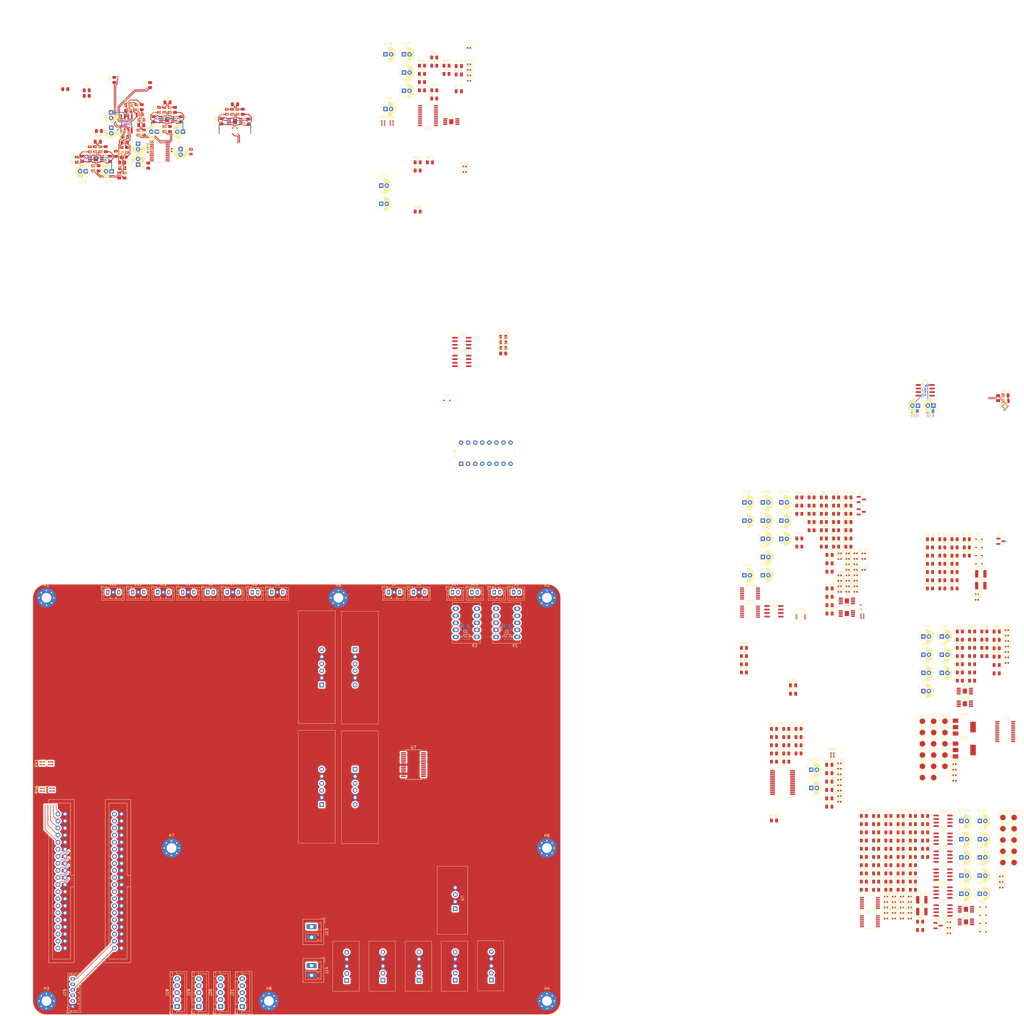
<source format=kicad_pcb>
(kicad_pcb (version 20221018) (generator pcbnew)
  (layers (0 "F.Cu" signal) (31 "B.Cu" signal) (34 "B.Paste" user) (35 "F.Paste" user) (36 "B.SilkS" user "B.Silkscreen") (37 "F.SilkS" user "F.Silkscreen") (38 "B.Mask" user) (39 "F.Mask" user) (44 "Edge.Cuts" user))
  (net 0 "")
  (net 1 "Net-(U1-VCC2)")
  (net 2 "GND")
  (net 3 "Net-(U1-VCC1)")
  (net 4 "Net-(U2C-V+)")
  (net 5 "Net-(C17-Pad1)")
  (net 6 "Net-(C17-Pad2)")
  (net 7 "Net-(C18-Pad1)")
  (net 8 "Net-(C18-Pad2)")
  (net 9 "Net-(U2A--)")
  (net 10 "Net-(U2A-+)")
  (net 11 "Net-(U3A-VIN+)")
  (net 12 "Net-(U3A-VOUT-)")
  (net 13 "Net-(U3A-VIN-)")
  (net 14 "Net-(U3A-VOUT+)")
  (net 15 "/DAC_CH1_2/RCA_JACK_CH1(REF)")
  (net 16 "Net-(U2B-+)")
  (net 17 "Net-(C21-Pad2)")
  (net 18 "Net-(U2B--)")
  (net 19 "Net-(U3B-V+)")
  (net 20 "Net-(U3B-V-)")
  (net 21 "Net-(U4A-VIN+)")
  (net 22 "Net-(U4A-VOUT-)")
  (net 23 "Net-(U4A-VIN-)")
  (net 24 "Net-(U4A-VOUT+)")
  (net 25 "Net-(U38-VA+)")
  (net 26 "Net-(U2C-V-)")
  (net 27 "Net-(U4B-V+)")
  (net 28 "Net-(U4B-V-)")
  (net 29 "/DAC_CH1_2/RCA_JACK_CH2(REF)")
  (net 30 "Net-(C23-Pad2)")
  (net 31 "Net-(U6C-V+)")
  (net 32 "Net-(U6C-V-)")
  (net 33 "/DAC_CH1_2/VOUT_XLR_CH1(-)")
  (net 34 "/DAC_CH1_2/VOUT_XLR_CH1(+)")
  (net 38 "Net-(U5A-VIN+)")
  (net 39 "Net-(U5A-VOUT-)")
  (net 40 "Net-(U5A-VIN-)")
  (net 41 "Net-(U5A-VOUT+)")
  (net 43 "Net-(U5B-V+)")
  (net 44 "Net-(U5B-V-)")
  (net 45 "/DAC_CH1_2/RCA_JACK_CH1(+)")
  (net 46 "/DAC_CH1_2/RCA_JACK_CH2(+)")
  (net 47 "Net-(D3-A2)")
  (net 48 "/ADC_CH1_2/AGND_CH1")
  (net 53 "Net-(U1-VOUTL-)")
  (net 54 "Net-(U1-VOUTL+)")
  (net 55 "Net-(U1-VOUTR-)")
  (net 56 "Net-(U1-VOUTR+)")
  (net 57 "/DAC_CH1_2/VOUT_XLR_CH2(-)")
  (net 58 "/DAC_CH1_2/VOUT_XLR_CH2(+)")
  (net 59 "Net-(U7-VINL+)")
  (net 60 "Net-(U7-VINL-)")
  (net 61 "/DAC_CH3_4/VOUT_XLR_CH3(-)")
  (net 62 "Net-(U6A--)")
  (net 63 "Net-(RN1-R4.2)")
  (net 64 "Net-(RN1-R3.2)")
  (net 65 "Net-(RN1-R2.2)")
  (net 67 "/DAC_CH3_4/VOUT_XLR_CH3(+)")
  (net 70 "/DAC_CH3_4/VOUT_XLR_CH4(-)")
  (net 71 "/DAC_CH3_4/VOUT_XLR_CH4(+)")
  (net 72 "/DAC_CH5_6/VOUT_XLR_CH5(-)")
  (net 73 "/DAC_CH5_6/VOUT_XLR_CH5(+)")
  (net 74 "Net-(RN1-R1.2)")
  (net 77 "Net-(RN2-R3.2)")
  (net 78 "Net-(RN2-R2.2)")
  (net 79 "Net-(RN2-R1.2)")
  (net 80 "/DAC_CH5_6/VOUT_XLR_CH6(-)")
  (net 81 "/DAC_CH5_6/VOUT_XLR_CH6(+)")
  (net 82 "Net-(U7-VCOML)")
  (net 83 "Net-(U7-VREFL)")
  (net 84 "Net-(U7-VREFR)")
  (net 85 "Net-(U38-VA-)")
  (net 86 "Net-(Q3-B)")
  (net 87 "Net-(Q3-C)")
  (net 88 "-5VA1")
  (net 89 "/ADC_CH1_2/~{TXS0102_OE_CH1_2}")
  (net 90 "Net-(U7-VCC)")
  (net 91 "Net-(D4-A2)")
  (net 92 "/ADC_CH1_2/AGND_CH2")
  (net 93 "Net-(U24C-V+)")
  (net 94 "Net-(U30A-+)")
  (net 95 "/ADC_CH3_4/XLR_CH3(-)")
  (net 96 "Net-(U12-+VIN)")
  (net 99 "Net-(U27A-VIN+)")
  (net 100 "Net-(U27A-VOUT-)")
  (net 101 "Net-(U27A-VIN-)")
  (net 102 "Net-(U27A-VOUT+)")
  (net 103 "Net-(U24C-V-)")
  (net 104 "Net-(U25B-V+)")
  (net 105 "Net-(U25B-V-)")
  (net 106 "+15VD1")
  (net 107 "Net-(U38-VOUTL)")
  (net 108 "Net-(U6B-+)")
  (net 109 "+5VD1")
  (net 110 "-15VD1")
  (net 111 "Net-(U25A-VIN+)")
  (net 112 "Net-(U25A-VOUT-)")
  (net 113 "Net-(U25A-VIN-)")
  (net 114 "Net-(U25A-VOUT+)")
  (net 115 "Net-(U7-VINR+)")
  (net 116 "Net-(U7-VINR-)")
  (net 117 "Net-(U24B-+)")
  (net 118 "Net-(U5A-VOCM)")
  (net 119 "Net-(U7-VCOMR)")
  (net 120 "Net-(U10-VCC1)")
  (net 121 "Net-(U10-VCC2)")
  (net 122 "Net-(U11B-V+)")
  (net 123 "Net-(U11B-V-)")
  (net 124 "Net-(U16-VCC1)")
  (net 125 "Net-(U16-VCC2)")
  (net 126 "Net-(U17B-V+)")
  (net 127 "Net-(U17B-V-)")
  (net 128 "Net-(U22A-VIN+)")
  (net 129 "Net-(U22A-VOUT-)")
  (net 130 "Net-(U22A-VIN-)")
  (net 131 "Net-(U22A-VOUT+)")
  (net 132 "Net-(U23A-VIN+)")
  (net 133 "Net-(U23A-VOUT-)")
  (net 134 "Net-(U23A-VIN-)")
  (net 135 "Net-(U23A-VOUT+)")
  (net 136 "Net-(U11A-VIN+)")
  (net 137 "Net-(U11A-VOUT-)")
  (net 138 "Net-(U11A-VIN-)")
  (net 139 "Net-(U11A-VOUT+)")
  (net 140 "Net-(U17A-VIN+)")
  (net 141 "Net-(U17A-VOUT-)")
  (net 142 "Net-(U17A-VIN-)")
  (net 143 "Net-(U17A-VOUT+)")
  (net 144 "+5VA1")
  (net 145 "Net-(U36A-+)")
  (net 146 "/ADC_CH3_4/XLR_CH3(+)")
  (net 147 "Net-(R89-Pad2)")
  (net 148 "Net-(U22B-V+)")
  (net 149 "Net-(U22B-V-)")
  (net 150 "Net-(U23B-V+)")
  (net 151 "Net-(U23B-V-)")
  (net 152 "Net-(U10-VOUTL-)")
  (net 153 "Net-(U10-VOUTL+)")
  (net 154 "Net-(U16-VOUTL-)")
  (net 155 "Net-(U16-VOUTL+)")
  (net 156 "Net-(U10-VOUTR+)")
  (net 157 "Net-(U10-VOUTR-)")
  (net 158 "Net-(U16-VOUTR+)")
  (net 159 "Net-(U16-VOUTR-)")
  (net 160 "Net-(RN3-R4.2)")
  (net 161 "Net-(RN3-R3.2)")
  (net 162 "Net-(RN3-R2.2)")
  (net 163 "Net-(RN3-R1.2)")
  (net 166 "Net-(RN4-R3.2)")
  (net 167 "Net-(RN4-R2.2)")
  (net 168 "Net-(RN4-R1.2)")
  (net 169 "Net-(RN5-R4.2)")
  (net 170 "Net-(RN5-R3.2)")
  (net 171 "Net-(RN5-R2.2)")
  (net 172 "Net-(RN5-R1.2)")
  (net 175 "Net-(RN6-R3.2)")
  (net 176 "Net-(RN6-R2.2)")
  (net 177 "Net-(RN6-R1.2)")
  (net 184 "+12VA2")
  (net 185 "-12VA2")
  (net 186 "+5VA2")
  (net 187 "+12VA1")
  (net 188 "-12VA1")
  (net 189 "Net-(U24A--)")
  (net 190 "/DAC_CH1_2/LRCK_DAC_CH1_2")
  (net 191 "/DAC_CH1_2/BCK_DAC_CH1_2")
  (net 192 "/DAC_CH1_2/DIN_DAC_CH1_2")
  (net 193 "/DAC_CH1_2/SCKI_DAC_CH1_2")
  (net 194 "/DAC_CH1_2/AMUTEI_DAC_CH1_2")
  (net 195 "Net-(D5-A2)")
  (net 196 "Net-(D5-A1)")
  (net 197 "Net-(RN7-R1.1)")
  (net 198 "Net-(RN7-R2.1)")
  (net 199 "Net-(RN7-R3.1)")
  (net 200 "Net-(RN7-R4.1)")
  (net 201 "/ADC_CH1_2/DATA_ADC_CH1_2")
  (net 202 "/ADC_CH1_2/BCK_ADC_CH1_2")
  (net 203 "/ADC_CH1_2/LRCK_ADC_CH1_2")
  (net 204 "/ADC_CH1_2/SCKI_ADC_CH1_2")
  (net 205 "Net-(D7-A)")
  (net 206 "Net-(U24A-+)")
  (net 207 "Net-(D7-K)")
  (net 208 "Net-(D9-A)")
  (net 209 "/POWER_SUPPLIES/DC_POWER_IN")
  (net 210 "Net-(U24B--)")
  (net 211 "+12VD1")
  (net 212 "Net-(D6-A2)")
  (net 213 "+3V3D2")
  (net 214 "+3V3D1")
  (net 215 "Net-(D10-A)")
  (net 216 "Net-(U32A-+)")
  (net 217 "/ADC_CH3_4/XLR_CH4(-)")
  (net 219 "/ADC_CH3_4/XLR_CH4(+)")
  (net 220 "/DAC_CH3_4/LRCK_DAC_CH3_4")
  (net 221 "/DAC_CH3_4/BCK_DAC_CH3_4")
  (net 222 "/DAC_CH3_4/DIN_DAC_CH3_4")
  (net 223 "/DAC_CH3_4/SCKI_DAC_CH3_4")
  (net 224 "/DAC_CH3_4/AMUTEI_DAC_CH3_4")
  (net 225 "Net-(D6-A1)")
  (net 226 "Net-(U26B-V+)")
  (net 227 "/DAC_CH5_6/LRCK_DAC_CH5_6")
  (net 228 "/DAC_CH5_6/BCK_DAC_CH5_6")
  (net 229 "/DAC_CH5_6/DIN_DAC_CH5_6")
  (net 230 "/DAC_CH5_6/SCKI_DAC_CH5_6")
  (net 231 "/DAC_CH5_6/AMUTEI_DAC_CH5_6")
  (net 232 "Net-(U26B-V-)")
  (net 233 "Net-(U27B-V+)")
  (net 236 "Net-(U27B-V-)")
  (net 237 "Net-(D1-A)")
  (net 238 "Net-(D2-A)")
  (net 239 "/ADC_CH1_2/RCA_CH1(+)")
  (net 240 "/ADC_CH1_2/RCA_CH1(REF)")
  (net 241 "/ADC_CH1_2/JACK_CH1(+)")
  (net 242 "/ADC_CH1_2/JACK_CH1(REF)")
  (net 243 "/FPGA_POWER")
  (net 244 "/ADC_CH1_2/RCA_CH2(+)")
  (net 245 "/ADC_CH1_2/RCA_CH2(REF)")
  (net 246 "/ADC_CH1_2/JACK_CH2(+)")
  (net 247 "/ADC_CH1_2/JACK_CH2(REF)")
  (net 248 "Net-(K1-Pad3)")
  (net 249 "Net-(K2-Pad3)")
  (net 250 "Net-(Q1-B)")
  (net 251 "Net-(Q2-B)")
  (net 252 "/ADC_CH1_2/INPUT_SELECTOR_RELAY_CH1")
  (net 253 "/ADC_CH1_2/INPUT_SELECTOR_RELAY_CH2")
  (net 254 "Net-(U35B--)")
  (net 255 "Net-(U37A-+)")
  (net 256 "Net-(U26A-VIN+)")
  (net 257 "Net-(U26A-VOUT-)")
  (net 258 "Net-(D8-K)")
  (net 260 "/FPGA/UI_TX")
  (net 261 "/FPGA/UI_RX")
  (net 262 "Net-(D10-K)")
  (net 263 "/ADC_CH1_2/VU_G1_CH1")
  (net 264 "/ADC_CH1_2/VU_G2_CH1")
  (net 265 "/ADC_CH1_2/VU_O1_CH1")
  (net 266 "/ADC_CH1_2/VU_R1_CH1")
  (net 267 "/ADC_CH1_2/VU_G1_CH2")
  (net 268 "/ADC_CH1_2/VU_G2_CH2")
  (net 269 "/ADC_CH1_2/VU_O1_CH2")
  (net 270 "Net-(U26A-VIN-)")
  (net 271 "Net-(U26A-VOUT+)")
  (net 272 "Net-(U33A-+)")
  (net 273 "Net-(U33B-+)")
  (net 274 "Net-(D11-A)")
  (net 275 "Net-(D11-K)")
  (net 276 "Net-(D12-A)")
  (net 277 "Net-(D12-K)")
  (net 278 "/ADC_CH1_2/VU_R1_CH2")
  (net 279 "Net-(U34A-+)")
  (net 280 "Net-(R129-Pad2)")
  (net 281 "Net-(R130-Pad2)")
  (net 282 "Net-(R131-Pad2)")
  (net 283 "Net-(R132-Pad2)")
  (net 284 "Net-(U36D--)")
  (net 285 "Net-(U36C--)")
  (net 286 "Net-(U36B--)")
  (net 287 "Net-(U36A--)")
  (net 288 "Net-(U34B--)")
  (net 289 "Net-(U35A-+)")
  (net 290 "Net-(U38-SDI)")
  (net 291 "Net-(U38-SCLK)")
  (net 293 "/ADC_CH1_2/TXS0102_SDA_CH1_2")
  (net 294 "/ADC_CH1_2/TXS0102_SCLK_CH1_2")
  (net 295 "Net-(Q4-B)")
  (net 296 "Net-(Q4-C)")
  (net 297 "Net-(U37A--)")
  (net 298 "Net-(U37B--)")
  (net 299 "Net-(U37C--)")
  (net 300 "Net-(U37D--)")
  (net 301 "Net-(R156-Pad2)")
  (net 302 "Net-(R157-Pad2)")
  (net 303 "Net-(R158-Pad2)")
  (net 304 "Net-(R159-Pad2)")
  (net 305 "Net-(U9-VIN)")
  (net 306 "Net-(U44-VCOML)")
  (net 307 "Net-(U44-VCOMR)")
  (net 308 "Net-(U44-VINL+)")
  (net 309 "Net-(U44-VINL-)")
  (net 310 "Net-(U44-VINR+)")
  (net 311 "Net-(U44-VINR-)")
  (net 312 "Net-(U44-VREFL)")
  (net 313 "Net-(U44-VCC)")
  (net 314 "Net-(U44-VREFR)")
  (net 315 "Net-(U40A-+)")
  (net 316 "Net-(U41A-+)")
  (net 317 "Net-(U40A--)")
  (net 318 "Net-(U41A--)")
  (net 319 "Net-(RN8-R1.1)")
  (net 320 "Net-(RN8-R2.1)")
  (net 321 "Net-(RN8-R3.1)")
  (net 322 "Net-(RN8-R4.1)")
  (net 323 "/ADC_CH3_4/DATA_ADC_CH3_4")
  (net 324 "/ADC_CH3_4/BCK_ADC_CH3_4")
  (net 325 "/ADC_CH3_4/LRCK_ADC_CH3_4")
  (net 326 "/ADC_CH3_4/SCKI_ADC_CH3_4")
  (net 327 "Net-(U40B--)")
  (net 328 "Net-(U41B--)")
  (net 331 "Net-(U30C-V+)")
  (net 332 "Net-(U30C-V-)")
  (net 333 "Net-(U32C-V+)")
  (net 334 "Net-(U32C-V-)")
  (net 335 "Net-(U33C-V+)")
  (net 336 "Net-(U33C-V-)")
  (net 337 "Net-(D13-K)")
  (net 338 "Net-(D14-K)")
  (net 339 "/ADC_CH3_4/VU_G1_CH3")
  (net 340 "/ADC_CH3_4/VU_G2_CH3")
  (net 341 "/ADC_CH3_4/VU_O1_CH3")
  (net 342 "/ADC_CH3_4/VU_R1_CH3")
  (net 343 "/ADC_CH3_4/VU_G1_CH4")
  (net 344 "/ADC_CH3_4/VU_G2_CH4")
  (net 345 "/ADC_CH3_4/VU_O1_CH4")
  (net 346 "/ADC_CH3_4/VU_R1_CH4")
  (net 347 "Net-(R100-Pad1)")
  (net 348 "Net-(U30B-+)")
  (net 349 "Net-(U32B-+)")
  (net 350 "Net-(R164-Pad1)")
  (net 351 "Net-(R147-Pad1)")
  (net 352 "Net-(R165-Pad1)")
  (net 353 "Net-(R163-Pad1)")
  (net 354 "Net-(U7-OSR0)")
  (net 355 "Net-(U7-OSR1)")
  (net 356 "Net-(U45B--)")
  (net 357 "Net-(U45B-+)")
  (net 358 "Net-(U43A-+)")
  (net 359 "Net-(U7-OSR2)")
  (net 360 "Net-(U44-OSR0)")
  (net 361 "Net-(U42B--)")
  (net 362 "Net-(U43B--)")
  (net 363 "Net-(U40C--)")
  (net 364 "Net-(U40D--)")
  (net 365 "Net-(U41C--)")
  (net 366 "Net-(U41D--)")
  (net 367 "Net-(R201-Pad2)")
  (net 368 "Net-(R202-Pad2)")
  (net 369 "Net-(R203-Pad2)")
  (net 370 "Net-(R204-Pad2)")
  (net 371 "Net-(R205-Pad2)")
  (net 372 "Net-(R206-Pad2)")
  (net 373 "Net-(R207-Pad2)")
  (net 374 "Net-(R208-Pad2)")
  (net 375 "Net-(U45A--)")
  (net 376 "Net-(U42A-+)")
  (net 377 "Net-(U45A-+)")
  (net 378 "Net-(U44-OSR1)")
  (net 379 "Net-(U44-OSR2)")
  (net 380 "/DAC_CH1_2/I2C_SDA_DAC")
  (net 381 "/DAC_CH1_2/I2C_SCL_DAC")
  (net 382 "Net-(U26A-VOCM)")
  (net 383 "Net-(U27A-VOCM)")
  (footprint "Connector_JST:JST_PH_B3B-PH-K_1x03_P2.00mm_Vertical" (layer "F.Cu") (at 120 53)
    (fp_text reference "J7")
    (fp_text value "Conn_01x03")
  )
  (footprint "Capacitor_SMD:C_0402_1005Metric" (layer "F.Cu") (at 381.58045 118.8)
    (fp_text reference "C113")
    (fp_text value "1u")
  )
  (footprint "Resistor_SMD:R_0805_2012Metric" (layer "F.Cu") (at 381.5775 45.725)
    (fp_text reference "R156")
    (fp_text value "330")
  )
  (footprint "Resistor_SMD:R_0402_1005Metric" (layer "F.Cu") (at 379.55 171.67)
    (fp_text reference "R182")
    (fp_text value "0R")
  )
  (footprint "Capacitor_SMD:C_0402_1005Metric" (layer "F.Cu") (at 343.15045 46.94)
    (fp_text reference "C101")
    (fp_text value "100n")
  )
  (footprint "Package_SO:SOIC-8_3.9x4.9mm_P1.27mm" (layer "F.Cu") (at 204.39 -30.18)
    (fp_text reference "U35")
    (fp_text value "TL072")
  )
  (footprint "Resistor_SMD:R_0805_2012Metric" (layer "F.Cu") (at 371 139.35)
    (fp_text reference "R209")
    (fp_text value "150k")
  )
  (footprint "Resistor_SMD:R_0805_2012Metric" (layer "F.Cu") (at 357.77 157.05)
    (fp_text reference "R185")
    (fp_text value "10k")
  )
  (footprint "Capacitor_SMD:C_0805_2012Metric" (layer "F.Cu") (at 336.525 124.085)
    (fp_text reference "C144")
    (fp_text value "1n")
  )
  (footprint "Capacitor_SMD:C_0805_2012Metric" (layer "F.Cu") (at 89.06875 -114.95625)
    (fp_text reference "C17")
    (fp_text value "4n7")
  )
  (footprint "Resistor_SMD:R_0805_2012Metric" (layer "F.Cu") (at 123.7 -119.775 90)
    (fp_text reference "R81")
    (fp_text value "39")
  )
  (footprint "Capacitor_SMD:C_0402_1005Metric" (layer "F.Cu") (at 340.185 128.325)
    (fp_text reference "C155")
    (fp_text value "100n")
  )
  (footprint "Resistor_SMD:R_0805_2012Metric" (layer "F.Cu") (at 366.59 133.45)
    (fp_text reference "R197")
    (fp_text value "1k")
  )
  (footprint "Resistor_SMD:R_0805_2012Metric" (layer "F.Cu") (at 343.39045 30.7)
    (fp_text reference "R139")
    (fp_text value "10k")
  )
  (footprint "Resistor_SMD:R_0805_2012Metric" (layer "F.Cu") (at 348.95 133.45)
    (fp_text reference "R45")
    (fp_text value "47k")
  )
  (footprint "Capacitor_THT:CP_Radial_D5.0mm_P2.00mm" (layer "F.Cu") (at 78.33125 -114.03125 -90)
    (fp_text reference "C4")
    (fp_text value "22uF")
  )
  (footprint "Capacitor_SMD:C_0805_2012Metric" (layer "F.Cu") (at 336.62045 42.59)
    (fp_text reference "C40")
    (fp_text value "1n")
  )
  (footprint "Diode_SMD:D_SOD-323" (layer "F.Cu") (at 391.835 172.1)
    (fp_text reference "D13")
    (fp_text value "1N4148WS")
  )
  (footprint "Capacitor_SMD:C_0402_1005Metric" (layer "F.Cu") (at 340.28045 39.06)
    (fp_text reference "C20")
    (fp_text value "100n")
  )
  (footprint "Capacitor_THT:CP_Radial_D5.0mm_P2.00mm" (layer "F.Cu") (at 104.06875 -112.61625 180)
    (fp_text reference "C7")
    (fp_text value "22uF")
  )
  (footprint "Diode_SMD:D_SOD-323" (layer "F.Cu") (at 390.3625 33.925)
    (fp_text reference "D7")
    (fp_text value "1N4148WS")
  )
  (footprint "Resistor_SMD:R_0805_2012Metric" (layer "F.Cu") (at 387.88045 81.85)
    (fp_text reference "R76")
    (fp_text value "39")
  )
  (footprint "Resistor_SMD:R_0805_2012Metric" (layer "F.Cu") (at 305.84045 81.85)
    (fp_text reference "R92")
    (fp_text value "2M2")
  )
  (footprint "Capacitor_THT:CP_Radial_D5.0mm_P2.00mm" (layer "F.Cu") (at 384.019775 148.35)
    (fp_text reference "C119")
    (fp_text value "22uF")
  )
  (footprint "Resistor_SMD:R_0805_2012Metric" (layer "F.Cu") (at 81.18125 -96.88125 90)
    (fp_text reference "R14" hide)
    (fp_text value "10K")
  )
  (footprint "Capacitor_SMD:C_0402_1005Metric" (layer "F.Cu") (at 381.58045 116.83)
    (fp_text reference "C112")
    (fp_text value "1u")
  )
  (footprint "Capacitor_SMD:C_0805_2012Metric" (layer "F.Cu") (at 84.40625 -120.10625)
    (fp_text reference "C21")
    (fp_text value "1n5")
  )
  (footprint "Capacitor_SMD:C_0805_2012Metric" (layer "F.Cu") (at 396.72045 73.15)
    (fp_text reference "C66")
    (fp_text value "680p")
  )
  (footprint "Resistor_SMD:R_0805_2012Metric" (layer "F.Cu") (at 383.47045 84.8)
    (fp_text reference "R66")
    (fp_text value "4k7")
  )
  (footprint "Resistor_SMD:R_0805_2012Metric" (layer "F.Cu") (at 383.47045 67.1)
    (fp_text reference "R50")
    (fp_text value "4R7")
  )
  (footprint "Capacitor_SMD:C_0402_1005Metric" (layer "F.Cu") (at 346.02045 52.85)
    (fp_text reference "C130")
    (fp_text value "100n")
  )
  (footprint "Resistor_SMD:R_0805_2012Metric" (layer "F.Cu") (at 83.93125 -106.05625 90)
    (fp_text reference "R27")
    (fp_text value "4k3")
  )
  (footprint "Capacitor_SMD:C_0402_1005Metric" (layer "F.Cu") (at 359.8 170.34)
    (fp_text reference "C166")
    (fp_text value "100n")
  )
  (footprint "Capacitor_THT:CP_Radial_D5.0mm_P2.00mm" (layer "F.Cu") (at 78.44375 -98.39375 180)
    (fp_text reference "C15")
    (fp_text value "22uF")
  )
  (footprint "Diode_SMD:D_SOD-323" (layer "F.Cu") (at 391.835 166.2)
    (fp_text reference "D11")
    (fp_text value "1N4148WS")
  )
  (footprint "Diode_SMD:D_SOD-323" (layer "F.Cu") (at 390.3625 36.875)
    (fp_text reference "D8")
    (fp_text value "1N4148WS")
  )
  (footprint "Connector_JST:JST_XH_B5B-XH-A_1x05_P2.50mm_Vertical" (layer "F.Cu") (at 109.8 202 90)
    (fp_text reference "J19")
    (fp_text value "Conn_01x05")
  )
  (footprint "Audio-DSP:VSSOP-8_3.0x3.0mm_P0.65_TP1.8x1.5" (layer "F.Cu") (at 385.27045 88.56)
    (fp_text reference "U22")
    (fp_text value "OPA1632DR")
  )
  (footprint "Capacitor_THT:CP_Radial_D5.0mm_P2.00mm" (layer "F.Cu") (at 330.034775 116.825)
    (fp_text reference "C152")
    (fp_text value "22uF")
  )
  (footprint "Connector_JST:JST_PH_B3B-PH-K_1x03_P2.00mm_Vertical" (layer "F.Cu") (at 178 53)
    (fp_text reference "J2")
    (fp_text value "Conn_01x03")
  )
  (footprint "Audio-DSP:NetTie-2_SMD_Pad0.3mm" (layer "F.Cu") (at 91.1 -128.175 -90)
    (fp_text reference "NT1" hide)
    (fp_text value "NetTie_2")
  )
  (footprint "Resistor_SMD:R_0805_2012Metric" (layer "F.Cu") (at 353.36 148.2)
    (fp_text reference "R117")
    (fp_text value "10R")
  )
  (footprint "TestPoint:TestPoint_Pad_D2.0mm" (layer "F.Cu") (at 378.12045 115.6)
    (fp_text reference "TP17")
    (fp_text value "TestPoint")
  )
  (footprint "Resistor_SMD:R_0805_2012Metric" (layer "F.Cu") (at 305.84045 73)
    (fp_text reference "R89")
    (fp_text value "47k")
  )
  (footprint "Resistor_SMD:R_0805_2012Metric" (layer "F.Cu") (at 192.920225 -101.6)
    (fp_text reference "R61")
    (fp_text value "1k")
  )
  (footprint "Capacitor_SMD:C_0805_2012Metric" (layer "F.Cu") (at 323.50045 89.49)
    (fp_text reference "C93")
    (fp_text value "3n3")
  )
  (footprint "Resistor_SMD:R_Array_Convex_4x0402" (layer "F.Cu") (at 176.1025 -115.75)
    (fp_text reference "RN3")
    (fp_text value "22R")
  )
  (footprint "Resistor_SMD:R_0805_2012Metric" (layer "F.Cu") (at 338.98045 27.75)
    (fp_text reference "R110")
    (fp_text value "39")
  )
  (footprint "Resistor_SMD:R_0805_2012Metric" (layer "F.Cu") (at 305.84045 78.9)
    (fp_text reference "R91")
    (fp_text value "220")
  )
  (footprint "Capacitor_SMD:C_0402_1005Metric" (layer "F.Cu") (at 356.93 164.43)
    (fp_text reference "C110")
    (fp_text value "100n")
  )
  (footprint "TestPoint:TestPoint_Pad_D2.0mm" (layer "F.Cu") (at 398.95 146.15)
    (fp_text reference "TP21")
    (fp_text value "TestPoint")
  )
  (footprint "Capacitor_SMD:C_0402_1005Metric" (layer "F.Cu") (at 340.185 124.385)
    (fp_text reference "C153")
    (fp_text value "100n")
  )
  (footprint "Connector_JST:JST_PH_B2B-PH-K_1x02_P2.00mm_Vertical" (layer "F.Cu") (at 201 53)
    (fp_text reference "J17")
    (fp_text value "Conn_01x02")
  )
  (footprint "Capacitor_SMD:C_0402_1005Metric" (layer "F.Cu") (at 206.9625 -142.74)
    (fp_text reference "C49")
    (fp_text value "100n")
  )
  (footprint "Package_SO:TSSOP-14_4.4x5mm_P0.65mm" (layer "F.Cu") (at 308.01045 53.45)
    (fp_text reference "U36")
    (fp_text value "LM339")
  )
  (footprint "Resistor_SMD:R_0805_2012Metric" (layer "F.Cu") (at 69.5 -125.5 180)
    (fp_text reference "R1")
    (fp_text value "10R")
  )
  (footprint "Resistor_SMD:R_0805_2012Metric" (layer "F.Cu") (at 316.645 105.075)
    (fp_text reference "R164")
    (fp_text value "1k")
  )
  (footprint "Connector_JST:JST_PH_B2B-PH-K_1x02_P2.00mm_Vertical" (layer "F.Cu") (at 208 53)
    (fp_text reference "J16")
    (fp_text value "Conn_01x02")
  )
  (footprint "Resistor_SMD:R_0805_2012Metric" (layer "F.Cu") (at 316.645 113.925)
    (fp_text reference "R167")
    (fp_text value "270")
  )
  (footprint "Capacitor_THT:CP_Radial_D5.0mm_P2.00mm" (layer "F.Cu") (at 377 82)
    (fp_text reference "C83")
    (fp_text value "22uF")
  )
  (footprint "Package_SO:SOIC-8_3.9x4.9mm_P1.27mm" (layer "F.Cu") (at 377.43 167.45)
    (fp_text reference "U45")
    (fp_text value "TL072")
  )
  (footprint "Resistor_SMD:R_0805_2012Metric" (layer "F.Cu") (at 334.57045 24.8)
    (fp_text reference "R102")
    (fp_text value "10R")
  )
  (footprint "Resistor_SMD:R_0805_2012Metric" (layer "F.Cu") (at 362.18 157.05)
    (fp_text reference "R195")
    (fp_text value "1k")
  )
  (footprint "Connector_JST:JST_PH_B2B-PH-K_1x02_P2.00mm_Vertical" (layer "F.Cu") (at 113 53)
    (fp_text reference "J8")
    (fp_text value "Conn_01x02")
  )
  (footprint "Capacitor_SMD:C_0402_1005Metric" (layer "F.Cu") (at 206.9625 -132.89)
    (fp_text reference "C58")
    (fp_text value "100n")
  )
  (footprint "Resistor_SMD:R_0805_2012Metric" (layer "F.Cu") (at 82.23125 -101.50625 180)
    (fp_text reference "R21")
    (fp_text value "820")
  )
  (footprint "Capacitor_SMD:C_0402_1005Metric" (layer "F.Cu") (at 205.420225 -100.12)
    (fp_text reference "C50")
    (fp_text value "100n")
  )
  (footprint "MountingHole:MountingHole_3.5mm_Pad_Via" (layer "F.Cu") (at 55 200)
    (fp_text reference "H3")
    (fp_text value "MountingHole_Pad")
  )
  (footprint "Resistor_SMD:R_0805_2012Metric" (layer "F.Cu") (at 88.11875 -112.29375 -90)
    (fp_text reference "R9")
    (fp_text value "10K")
  )
  (footprint "Capacitor_THT:CP_Radial_D5.0mm_P2.00mm" (layer "F.Cu") (at 78.25625 -119.55625 -90)
    (fp_text reference "C3")
    (fp_text value "22uF")
  )
  (footprint "Resistor_SMD:R_0805_2012Metric" (layer "F.Cu") (at 387.88045 70.05)
    (fp_text reference "R68")
    (fp_text value "4k7")
  )
  (footprint "Resistor_SMD:R_0805_2012Metric" (layer "F.Cu") (at 366.59 139.35)
    (fp_text reference "R199")
    (fp_text value "24k")
  )
  (footprint "Audio-DSP:LIN_REG_±xxV" (layer "F.Cu") (at 166 80 90)
    (fp_text reference "U14" hide)
    (fp_text value "LIN_REG_±12V")
  )
  (footprint "Resistor_SMD:R_0805_2012Metric" (layer "F.Cu") (at 357.77 160)
    (fp_text reference "R186")
    (fp_text value "10k")
  )
  (footprint "Capacitor_SMD:C_0402_1005Metric" (layer "F.Cu") (at 365.54 166.4)
    (fp_text reference "C180")
    (fp_text value "100n")
  )
  (footprint "Resistor_SMD:R_0805_2012Metric" (layer "F.Cu") (at 79.41625 -131.244423 90)
    (fp_text reference "R30")
    (fp_text value "22")
  )
  (footprint "Capacitor_SMD:C_0805_2012Metric" (layer "F.Cu") (at 336.62045 60.65)
    (fp_text reference "C108")
    (fp_text value "2n7")
  )
  (footprint "Resistor_SMD:R_0805_2012Metric" (layer "F.Cu") (at 121.8 -119.775 90)
    (fp_text reference "R80")
    (fp_text value "39")
  )
  (footprint "Capacitor_SMD:C_0402_1005Metric" (layer "F.Cu") (at 340.28045 50.88)
    (fp_text reference "C86")
    (fp_text value "100n")
  )
  (footprint "Resistor_SMD:R_Array_Convex_4x0402" (layer "F.Cu") (at 56.5 114.5 90)
    (fp_text reference "RN2")
    (fp_text value "22R")
  )
  (footprint "Resistor_SMD:R_Array_Convex_4x0402" (layer "F.Cu") (at 53.5 124 90)
    (fp_text reference "RN6")
    (fp_text value "22R")
  )
  (footprint "TestPoint:TestPoint_Pad_D2.0mm" (layer "F.Cu") (at 403 138.05)
    (fp_text reference "TP24")
    (fp_text value "TestPoint")
  )
  (footprint "Connector_JST:JST_PH_B3B-PH-K_1x03_P2.00mm_Vertical" (layer "F.Cu") (at 86 53)
    (fp_text reference "J11")
    (fp_text value "Conn_01x03")
  )
  (footprint "Capacitor_SMD:C_0402_1005Metric" (layer "F.Cu") (at 400.38045 68.58)
    (fp_text reference "C46")
    (fp_text value "100n")
  )
  (footprint "Capacitor_SMD:C_0805_2012Metric" (layer "F.Cu") (at 103.31875 -117.05625 90)
    (fp_text reference "C26")
    (fp_text value "680p")
  )
  (footprint "Resistor_SMD:R_0805_2012Metric" (layer "F.Cu") (at 343.39045 33.65)
    (fp_text reference "R140")
    (fp_text value "10k")
  )
  (footprint "Resistor_SMD:R_0402_1005Metric" (layer "F.Cu") (at 398.38 155.22)
    (fp_text reference "R124")
    (fp_text value "0R")
  )
  (footprint "Capacitor_SMD:C_0402_1005Metric" (layer "F.Cu") (at 359.8 166.4)
    (fp_text reference "C162")
    (fp_text value "100n")
  )
  (footprint "Resistor_SMD:R_0805_2012Metric" (layer "F.Cu") (at 69.5 -127.5)
    (fp_text reference "R4")
    (fp_text value "10R")
  )
  (footprint "Resistor_SMD:R_0805_2012Metric" (layer "F.Cu") (at 348.95 148.2)
    (fp_text reference "R96")
    (fp_text value "0")
  )
  (footprint "Resistor_SMD:R_0805_2012Metric" (layer "F.Cu") (at 325.465 102.125)
    (fp_text reference "R173")
    (fp_text value "39")
  )
  (footprint "Capacitor_SMD:C_0805_2012Metric" (layer "F.Cu") (at 203.3025 -136.2)
    (fp_text reference "C70")
    (fp_text value "680p")
  )
  (footprint "Resistor_SMD:R_0805_2012Metric" (layer "F.Cu") (at 72.54375 -106.34375 90)
    (fp_text reference "R33")
    (fp_text value "39")
  )
  (footprint "Resistor_SMD:R_0805_2012Metric" (layer "F.Cu") (at 357.77 133.45)
    (fp_text reference "R122")
    (fp_text value "10R")
  )
  (footprint "Resistor_SMD:R_0805_2012Metric" (layer "F.Cu") (at 194.4625 -124.55)
    (fp_text reference "R73")
    (fp_text value "4k7")
  )
  (footprint "Resistor_SMD:R_0805_2012Metric" (layer "F.Cu") (at 325.75045 36.6)
    (fp_text reference "R41")
    (fp_text value "2k7")
  )
  (footprint "Capacitor_SMD:C_0402_1005Metric" (layer "F.Cu") (at 340.185 122.415)
    (fp_text reference "C151")
    (fp_text value "100n")
  )
  (footprint "Resistor_SMD:R_0805_2012Metric" (layer "F.Cu") (at 366.59 154.1)
    (fp_text reference "R204")
    (fp_text value "330")
  )
  (footprint "Package_SO:SOIC-8_3.9x4.9mm_P1.27mm" (layer "F.Cu") (at 377.43 148.1)
    (fp_text reference "U33")
    (fp_text value "LM4562")
  )
  (footprint "Resistor_SMD:R_0805_2012Metric" (layer "F.Cu") (at 219.25 -36.87)
    (fp_text reference "R129")
    (fp_text value "330")
  )
  (footprint "Capacitor_SMD:C_0805_2012Metric" (layer "F.Cu") (at 83.18125 -108.73125)
    (fp_text reference "C24")
    (fp_text value "1n5")
  )
  (footprint "Resistor_SMD:R_0805_2012Metric" (layer "F.Cu") (at 330.16045 27.75)
    (fp_text reference "R47")
    (fp_text value "10R")
  )
  (footprint "Connector_Phoenix_MC:PhoenixContact_MCV_1,5_2-G-3.5_1x02_P3.50mm_Vertical" (layer "F.Cu") (at 150.3575 187.2675 -90)
    (fp_text reference "J14")
    (fp_text value "Conn_01x02")
  )
  (footprint "Resistor_SMD:R_0805_2012Metric" (layer "F.Cu") (at 325.465 105.075)
    (fp_text reference "R174")
    (fp_text value "39")
  )
  (footprint "Capacitor_THT:CP_Radial_D5.0mm_P2.00mm" (layer "F.Cu") (at 384.019775 141.8)
    (fp_text reference "C116")
    (fp_text value "22uF")
  )
  (footprint "Resistor_SMD:R_0805_2012Metric" (layer "F.Cu") (at 392.29045 73)
    (fp_text reference "R84")
    (fp_text value "10R")
  )
  (footprint "Package_SO:TSSOP-24_4.4x7.8mm_P0.65mm" (layer "F.Cu") (at 95.71875 -105.70625 180)
    (fp_text reference "U1")
    (fp_text value "PCM1789")
  )
  (footprint "Connector_JST:JST_XH_B5B-XH-A_1x05_P2.50mm_Vertical" (layer "F.Cu") (at 117.6 202 90)
    (fp_text reference "J20")
    (fp_text value "Conn_01x05")
  )
  (footprint "Resistor_SMD:R_0805_2012Metric" (layer "F.Cu") (at 95.51875 -120.46625 90)
    (fp_text reference "R17")
    (fp_text value "4k7")
  )
  (footprint "Resistor_SMD:R_0805_2012Metric" (layer "F.Cu") (at 219.25 -38.86)
    (fp_text reference "R128")
    (fp_text value "100k")
  )
  (footprint "Resistor_SMD:R_0805_2012Metric" (layer "F.Cu") (at 325.75045 18.9)
    (fp_text reference "R35")
    (fp_text value "10R")
  )
  (footprint "Connector_JST:JST_PH_B3B-PH-K_1x03_P2.00mm_Vertical" (layer "F.Cu") (at 104 53)
    (fp_text reference "J9")
    (fp_text value "Conn_01x03")
  )
  (footprint "Capacitor_SMD:C_0805_2012Metric" (layer "F.Cu") (at 396.72045 79.17)
    (fp_text reference "C74")
    (fp_text value "2n2")
  )
  (footprint "Resistor_SMD:R_0805_2012Metric" (layer "F.Cu") (at 392.29045 75.95)
    (fp_text reference "R85")
    (fp_text value "10R")
  )
  (footprint "Resistor_SMD:R_0805_2012Metric" (layer "F.Cu") (at 73.74375 -99.45625 90)
    (fp_text reference "R16")
    (fp_text value "1k")
  )
  (footprint "Resistor_SMD:R_0805_2012Metric" (layer "F.Cu") (at 106.95625 -105.39375 90)
    (fp_text reference "R8")
    (fp_text value "4R7")
  )
  (footprint "Audio-DSP:VSSOP-8_3.0x3.0mm_P0.65_TP1.8x1.5" (layer "F.Cu") (at 98.41875 -117.04125 180)
    (fp_text reference "U3")
    (fp_text value "OPA1632DR")
  )
  (footprint "Resistor_SMD:R_0805_2012Metric" (layer "F.Cu") (at 194.4625 -139.3)
    (fp_text reference "R64")
    (fp_text value "1k")
  )
  (footprint "Resistor_SMD:R_0805_2012Metric" (layer "F.Cu") (at 91.60625 -100.41875 90)
    (fp_text reference "R5")
    (fp_text value "4R7")
  )
  (footprint "Capacitor_SMD:C_0402_1005Metric" (layer "F.Cu") (at 356.93 166.4)
    (fp_text reference "C117")
    (fp_text value "100n")
  )
  (footprint "Audio-DSP:VSSOP-8_3.0x3.0mm_P0.65_TP1.8x1.5" (layer "F.Cu") (at 342.85045 60.67)
    (fp_text reference "U25")
    (fp_text value "OPA1632DR")
  )
  (footprint "Package_DIP:DIP-16_W7.62mm" (layer "F.Cu") (at 204.125 6.8 90)
    (fp_text reference "U38")
    (fp_text value "PGA2311P")
  )
  (footprint "Package_SO:TSSOP-24_4.4x7.8mm_P0.65mm" (layer "F.Cu") (at 192.2225 -118.4 180)
    (fp_text reference "U16")
    (fp_text value "PCM1789")
  )
  (footprint "Resistor_SMD:R_0805_2012Metric" (layer "F.Cu") (at 372.7575 48.675)
    (fp_text reference "R143")
    (fp_text value "3k9")
  )
  (footprint "TestPoint:TestPoint_Pad_D2.0mm" (layer "F.Cu") (at 403 146.15)
    (fp_text reference "TP26")
    (fp_text value "TestPoint")
  )
  (footprint "Resistor_SMD:R_0805_2012Metric" (layer "F.Cu") (at 99.36875 -113.59125 90)
    (fp_text reference "R12")
    (fp_text value "1k")
  )
  (footprint "Resistor_SMD:R_0805_2012Metric" (layer "F.Cu") (at 392.29045 67.1)
    (fp_text reference "R78")
    (fp_text value "10R")
  )
  (footprint "Capacitor_SMD:C_0402_1005Metric" (layer "F.Cu") (at 340.185 120.445)
    (fp_text reference "C148")
    (fp_text value "100n")
  )
  (footprint "Resistor_SMD:R_0805_2012Metric" (layer "F.Cu") (at 362.18 133.45)
    (fp_text reference "R187")
    (fp_text value "10k")
  )
  (footprint "Capacitor_SMD:C_0805_2012Metric" (layer "F.Cu") (at 122.825 -122.45)
    (fp_text reference "C72")
    (fp_text value "2n2")
  )
  (footprint "Resistor_SMD:R_0805_2012Metric" (layer "F.Cu") (at 362.18 148.2)
    (fp_text reference "R192")
    (fp_text value "1k")
  )
  (footprint "Connector_Phoenix_MC:PhoenixContact_MCV_1,5_2-G-3.81_1x02_P3.81mm_Vertical" (layer "F.Cu") (at 150.3575 173.2675 -90)
    (fp_text reference "J13")
    (fp_text value "Conn_01x02")
  )
  (footprint "Resistor_SMD:R_0805_2012Metric" (layer "F.Cu") (at 82.03125 -106.05625 90)
    (fp_text reference "R22")
    (fp_text value "820")
  )
  (footprint "Package_SO:SSOP-28_5.3x10.2mm_P0.65mm" (layer "F.Cu") (at 187 115)
    (fp_text reference "U7")
    (fp_text value "PCM1804")
  )
  (footprint "Capacitor_THT:CP_Radial_D5.0mm_P2.00mm" (layer "F.Cu") (at 312.64 20.7)
    (fp_text reference "C89")
    (fp_text value "22uF")
  )
  (footprint "Resistor_SMD:R_0805_2012Metric" (layer "F.Cu") (at 334.57045 36.6)
    (fp_text reference "R106")
    (fp_text value "1k")
  )
  (footprint "Package_SO:SOIC-8_3.9x4.9mm_P1.27mm" (layer "F.Cu") (at 377.43 141.65)
    (fp_text reference "U32")
    (fp_text value "LM4562")
  )
  (footprint "Audio-DSP:BUCK_MAX17634C_xxV" (layer "F.Cu") (at 215 187.38 -90)
    (fp_text reference "U21" hide)
    (fp_text value "15V")
  )
  (footprint "Capacitor_SMD:C_0402_1005Metric" (layer "F.Cu") (at 343.15045 39.06)
    (fp_text reference "C88")
    (fp_text value "100n")
  )
  (footprint "Capacitor_SMD:C_0402_1005Metric" (layer "F.Cu") (at 356.93 170.34)
    (fp_text reference "C157")
    (fp_text value "47p")
  )
  (footprint "TestPoint:TestPoint_Pad_D2.0mm" (layer "F.Cu") (at 370.02045 99.4)
    (fp_text reference "TP1")
    (fp_text value "TestPoint")
  )
  (footprint "Connector_JST:JST_PH_B2B-PH-K_1x02_P2.00mm_Vertical" (layer "F.Cu") (at 223 53)
    (fp_text reference "J3")
    (fp_text value "Conn_01x02")
  )
  (footprint "Package_SO:SOIC-8_3.9x4.9mm_P1.27mm" (layer "F.Cu") (at 83.78125 -115.40625 -90)
    (fp_text reference "U2")
    (fp_text value "LM4562")
  )
  (footprint "Capacitor_THT:CP_Radial_D5.0mm_P2.00mm" (layer "F.Cu") (at 312.64 46.9)
    (fp_text reference "C103")
    (fp_text value "22uF")
  )
  (footprint "TestPoint:TestPoint_Pad_D2.0mm" (layer "F.Cu") (at 370.02045 119.65)
    (fp_text reference "TP6")
    (fp_text value "TestPoint")
  )
  (footprint "Capacitor_SMD:C_0805_2012Metric" (layer "F.Cu") (at 67.89375 -102.84375 90)
    (fp_text reference "C27")
    (fp_text value "680p")
  )
  (footprint "Resistor_SMD:R_Array_Convex_4x0402" (layer "F.Cu") (at 57 124 90)
    (fp_text reference "RN5")
    (fp_text value "22R")
  )
  (footprint "Resistor_SMD:R_0805_2012Metric" (layer "F.Cu") (at 79.975 -104.6625 -90)
    (fp_text reference "R6")
    (fp_text value "10R")
  )
  (footprint "Capacitor_SMD:C_0402_1005Metric" (layer "F.Cu") (at 348.89045 44.97)
    (fp_text reference "C135")
    (fp_text value "100n")
  )
  (footprint "Resistor_SMD:R_0805_2012Metric" (layer "F.Cu") (at 188.510225 -83.9)
    (fp_text reference "R60")
    (fp_text value "1k")
  )
  (footprint "Package_SO:TSSOP-24_4.4x7.8mm_P0.65mm" (layer "F.Cu") (at 399.7625 103.1)
    (fp_text reference "U10")
    (fp_text value "PCM1789")
  )
  (footprint "Resistor_SMD:R_0805_2012Metric" (layer "F.Cu") (at 330.16045 30.7)
    (fp_text reference "R48")
    (fp_text value "10R")
  )
  (footprint "Capacitor_SMD:C_0402_1005Metric" (layer "F.Cu") (at 381.58045 114.86)
    (fp_text reference "C85")
    (fp_text value "1u")
  )
  (footprint "Resistor_SMD:R_0805_2012Metric" (layer "F.Cu") (at 362.18 160)
    (fp_text reference "R196")
    (fp_text value "1k")
  )
  (footprint "Capacitor_SMD:C_0805_2012Metric" (layer "F.Cu") (at 84.40625 -122.08125)
    (fp_text reference "C22")
    (fp_text value "1n5")
  )
  (footprint "Resistor_SMD:R_0805_2012Metric" (layer "F.Cu") (at 371 133.45)
    (fp_text reference "R207")
    (fp_text value "330")
  )
  (footprint "Diode_SMD:D_SOD-323" (layer "F.Cu") (at 390.3625 42.775)
    (fp_text reference "D10")
    (fp_text value "1N4148WS")
  )
  (footprint "TestPoint:TestPoint_Pad_D2.0mm" (layer "F.Cu") (at 370.02045 103.45)
    (fp_text reference "TP2")
    (fp_text value "TestPoint")
  )
  (footprint "Capacitor_THT:CP_Radial_D5.0mm_P2.00mm" (layer "F.Cu") (at 390.65955 161.45)
    (fp_text reference "C172")
    (fp_text value "22uF")
  )
  (footprint "Resistor_SMD:R_0805_2012Metric" (layer "F.Cu") (at 188.510225 -98.65)
    (fp_text reference "R53")
    (fp_text value "10R")
  )
  (footprint "Capacitor_THT:CP_Radial_D5.0mm_P2.00mm" (layer "F.Cu") (at 373.980113 -14.1 180)
    (fp_text reference "C36")
    (fp_text value "22uF")
  )
  (footprint "Package_SO:SOIC-8_3.9x4.9mm_P1.27mm" (layer "F.Cu") (at 316.61045 59.85)
    (fp_text reference "U24")
    (fp_text value "LM4562")
  )
  (footprint "Capacitor_SMD:C_0402_1005Metric" (layer "F.Cu") (at 343.15045 52.85)
    (fp_text reference "C111")
    (fp_text value "100n")
  )
  (footprint "Resistor_SMD:R_0805_2012Metric" (layer "F.Cu") (at 219.25 -34.88)
    (fp_text reference "R134")
    (fp_text value "1k")
  )
  (footprint "Resistor_SMD:R_0805_2012Metric" (layer "F.Cu") (at 357.77 136.4)
    (fp_text reference "R123")
    (fp_text value "10R")
  )
  (footprint "Resistor_SMD:R_0402_1005Metric" (layer "F.Cu") (at 398.38 157.21)
    (fp_text reference "R125")
    (fp_text value "0R")
  )
  (footprint "Resistor_SMD:R_0805_2012Metric" (layer "F.Cu") (at 362.18 142.3)
    (fp_text reference "R190")
    (fp_text value "2k")
  )
  (footprint "Capacitor_SMD:C_0402_1005Metric" (layer "F.Cu") (at 346.02045 50.88)
    (fp_text reference "C129")
    (fp_text value "100n")
  )
  (footprint "Resistor_SMD:R_0805_2012Metric" (layer "F.Cu") (at 385.9875 33.925)
    (fp_text reference "R159")
    (fp_text value "330")
  )
  (footprint "Package_SO:TSSOP-14_4.4x5mm_P0.65mm" (layer "F.Cu") (at 351.12 171.3)
    (fp_text reference "U41")
    (fp_text value "LM339")
  )
  (footprint "Capacitor_THT:CP_Radial_D5.0mm_P2.00mm" (layer "F.Cu") (at 330.034775 123.375)
    (fp_text reference "C156")
    (fp_text value "22uF")
  )
  (footprint "TestPoint:TestPoint_Pad_D2.0mm" (layer "F.Cu") (at 374.07045 111.55)
    (fp_text reference "TP10")
    (fp_text value "TestPoint")
  )
  (footprint "Resistor_SMD:R_0805_2012Metric" (layer "F.Cu") (at 372.7575 39.825)
    (fp_text reference "R132")
    (fp_text value "330")
  )
  (footprint "Capacitor_SMD:C_0402_1005Metric" (layer "F.Cu") (at 381.58045 120.77)
    (fp_text reference "C114")
    (fp_text value "1u")
  )
  (footprint "Resistor_SMD:R_0805_2012Metric" (layer "F.Cu") (at 343.39045 36.6)
    (fp_text reference "R141")
    (fp_text value "10k")
  )
  (footprint "Resistor_SMD:R_0805_2012Metric" (layer "F.Cu") (at 357.77 139.35)
    (fp_text reference "R177")
    (fp_text value "150k")
  )
  (footprint "Connector_JST:JST_XH_B5B-XH-A_1x05_P2.50mm_Vertical" (layer "F.Cu") (at 125.4 202 90)
    (fp_text reference "J21")
    (fp_text value "Conn_01x05")
  )
  (footprint "Resistor_SMD:R_0805_2012Metric" (layer "F.Cu") (at 377.1675 51.625)
    (fp_text reference "R151")
    (fp_text value "3k9")
  )
  (footprint "Capacitor_THT:CP_Radial_D5.0mm_P2.00mm" (layer "F.Cu") (at 176.942275 -120.8)
    (fp_text reference "C56")
    (fp_text value "22uF")
  )
  (footprint "Capacitor_THT:CP_Radial_D5.0mm_P2.00mm" (layer "F.Cu") (at 390.65955 135.25)
    (fp_text reference "C164")
    (fp_text value "22uF")
  )
  (footprint "Capacitor_SMD:C_0402_1005Metric" (layer "F.Cu") (at 400.38045 74.49)
    (fp_text reference "C77")
    (fp_text value "100n")
  )
  (footprint "Resistor_SMD:R_0805_2012Metric" (layer "F.Cu") (at 334.57045 18.9)
    (fp_text reference "R87")
    (fp_text value "10R")
  )
  (footprint "Resistor_SMD:R_0805_2012Metric" (layer "F.Cu") (at 381.5775 48.675)
    (fp_text reference "R157")
    (fp_text value "330")
  )
  (footprint "Resistor_SMD:R_Array_Convex_4x0402" (layer "F.Cu") (at 337.645 111.525)
    (fp_text reference "RN8")
    (fp_text value "22R")
  )
  (footprint "Diode_SMD:D_SOD-323" (layer "F.Cu") (at 399.775 -13.84)
    (fp_text reference "D3")
    (fp_text value "STS321050B100")
  )
  (footprint "Resistor_SMD:R_0805_2012Metric" (layer "F.Cu") (at 377.1675 48.675)
    (fp_text reference "R150")
    (fp_text value "10k")
  )
  (footprint "Resistor_SMD:R_0805_2012Metric" (layer "F.Cu") (at 362.18 154.1)
    (fp_text reference "R194")
    (fp_text value "2k")
  )
  (footprint "TestPoint:TestPoint_Pad_D2.0mm" (layer "F.Cu") (at 370.02045 111.55)
    (fp_text reference "TP4")
    (fp_text value "TestPoint")
  )
  (footprint "Capacitor_SMD:C_0805_2012Metric" (layer "F.Cu") (at 336.62045 45.6)
    (fp_text reference "C41")
    (fp_text value "2n7")
  )
  (footprint "Resistor_SMD:R_0805_2012Metric" (layer "F.Cu") (at 362.18 136.4)
    (fp_text reference "R188")
    (fp_text value "10k")
  )
  (footprint "Package_TO_SOT_SMD:SOT-23" (layer "F.Cu") (at 398.2875 34.675)
    (fp_text reference "D5")
    (fp_text value "CPDT-12V")
  )
  (footprint "Resistor_SMD:R_0805_2012Metric" (layer "F.Cu") (at 348.95 160)
    (fp_text reference "R100")
    (fp_text value "2M2")
  )
  (footprint "Resistor_SMD:R_0805_2012Metric" (layer "F.Cu") (at 353.36 139.35)
    (fp_text reference "R114")
    (fp_text value "10R")
  )
  (footprint "Resistor_SMD:R_0805_2012Metric" (layer "F.Cu") (at 343.39045 21.85)
    (fp_text reference "R136")
    (fp_text value "10R")
  )
  (footprint "Capacitor_SMD:C_0402_1005Metric" (layer "F.Cu") (at 365.54 168.37)
    (fp_text reference "C181")
    (fp_text value "100n")
  )
  (footprint "Resistor_SMD:R_0805_2012Metric" (layer "F.Cu") (at 330.16045 18.9)
    (fp_text reference "R42")
    (fp_text value "2k7")
  )
  (footprint "TestPoint:TestPoint_Pad_D2.0mm" (layer "F.Cu") (at 374.07045 107.5)
    (fp_text reference "TP9")
    (fp_text value "TestPoint")
  )
  (footprint "Capacitor_THT:CP_Radial_D5.0mm_P2.00mm" (layer "F.Cu") (at 183.58205 -140.45)
    (fp_text reference "C57")
    (fp_text value "22uF")
  )
  (footprint "Capacitor_SMD:C_0402_1005Metric" (layer "F.Cu") (at 346.02045 48.91)
    (fp_text reference "C127")
    (fp_text value "100n")
  )
  (footprint "Resistor_SMD:R_0402_1005Metric" (layer "F.Cu") (at 398.38 159.2)
    (fp_text reference "R181")
    (fp_text value "0R")
  )
  (footprint "Resistor_SMD:R_0805_2012Metric" (layer "F.Cu") (at 190.0525 -130.45)
    (fp_text reference "R56")
    (fp_text value "10R")
  )
  (footprint "Resistor_SMD:R_0805_2012Metric" (layer "F.Cu") (at 372.7575 45.725)
    (fp_text reference "R142")
    (fp_text value "2k")
  )
  (footprint "MountingHole:MountingHole_3.5mm_Pad_Via" (layer "F.Cu") (at 100 145)
    (fp_text reference "H7")
    (fp_text value "MountingHole_Pad")
  )
  (footprint "Resistor_SMD:R_0805_2012Metric" (layer "F.Cu") (at 383.47045 78.9)
    (fp_text reference "R62")
    (fp_text value "1k")
  )
  (footprint "Audio-DSP:SEPIC_-15V_LT3579" (layer "F.Cu") (at 202 163 -90)
    (fp_text reference "U9")
    (fp_text value "SEPIC_-15V_LT3579")
  )
  (footprint "Capacitor_THT:CP_Radial_D5.0mm_P2.00mm" (layer "F.Cu") (at 312.64 40.35)
    (fp_text reference "C102")
    (fp_text value "22uF")
  )
  (footprint "Capacitor_SMD:C_0402_1005Metric" (layer "F.Cu") (at 359.8 164.43)
    (fp_text reference "C161")
    (fp_text value "100n")
  )
  (footprint "TestPoint:TestPoint_Pad_D2.0mm" (layer "F.Cu") (at 370.02045 115.6)
    (fp_text reference "TP5")
    (fp_text value "TestPoint")
  )
  (footprint "TestPoint:TestPoint_Pad_D2.0mm" (layer "F.Cu") (at 403 150.2)
    (fp_text reference "TP27")
    (fp_text value "TestPoint")
  )
  (footprint "Capacitor_SMD:C_0402_1005Metric" (layer "F.Cu") (at 400.38045 76.46)
    (fp_text reference "C78")
    (fp_text value "100n")
  )
  (footprint "Capacitor_SMD:C_0805_2012Metric" (layer "F.Cu") (at 83.18125 -110.70625)
    (fp_text reference "C23")
    (fp_text value "1n5")
  )
  (footprint "MountingHole:MountingHole_3.5mm_Pad_Via" (layer "F.Cu") (at 235 145)
    (fp_text reference "H6")
    (fp_text value "MountingHole_Pad")
  )
  (footprint "Audio-DSP:LIN_REG_±xxV" (layer "F.Cu") (at 154 80 -90)
    (fp_text reference "U15" hide)
    (fp_text value "LIN_REG_±12V")
  )
  (footprint "Capacitor_THT:CP_Radial_D5.0mm_P2.00mm" (layer "F.Cu") (at 384.019775 135.25)
    (fp_text reference "C115")
    (fp_text value "22uF")
  )
  (footprint "Resistor_SMD:R_0805_2012Metric" (layer "F.Cu") (at 383.47045 73)
    (fp_text reference "R58")
    (fp_text value "1k")
  )
  (footprint "Capacitor_SMD:C_0805_2012Metric" (layer "F.Cu") (at 396.72045 76.16)
    (fp_text reference "C67")
    (fp_text value "680p")
  )
  (footprint "Capacitor_THT:CP_Radial_D5.0mm_P2.00mm" (layer "F.Cu") (at 175.4 -93.25)
    (fp_text reference "C53")
    (fp_text value "22uF")
  )
  (footprint "Resistor_SMD:R_0805_2012Metric" (layer "F.Cu") (at 371 145.25)
    (fp_text reference "R211")
    (fp_text value "150k")
  )
  (footprint "Resistor_SMD:R_0805_2012Metric" (layer "F.Cu") (at 89.08125 -116.90625)
    (fp_text reference "R23")
    (fp_text value "820")
  )
  (footprint "Resistor_SMD:R_0805_2012Metric" (layer "F.Cu") (at 330.16045 24.8)
    (fp_text reference "R44")
    (fp_text value "39")
  )
  (footprint "Resistor_SMD:R_0805_2012Metric" (layer "F.Cu") (at 97.41875 -113.59125 90)
    (fp_text reference "R11")
    (fp_text value "1k")
  )
  (footprint "Capacitor_SMD:C_0402_1005Metric" (layer "F.Cu") (at 365.54 164.43)
    (fp_text reference "C179")
    (fp_text value "100n")
  )
  (footprint "Resistor_SMD:R_0805_2012Metric" (layer "F.Cu") (at 338.98045 30.7)
    (fp_text reference "R111")
    (fp_text value "39")
  )
  (footprint "Capacitor_THT:CP_Radial_D5.0mm_P2.00mm" (layer "F.Cu") (at 370.360225 75.45)
    (fp_text reference "C60")
    (fp_text value "22uF")
  )
  (footprint "Resistor_SMD:R_0805_2012Metric" (layer "F.Cu") (at 371 148.2)
    (fp_text reference "R212")
    (fp_text value "10k")
  )
  (footprint "Resistor_SMD:R_0805_2012Metric" (layer "F.Cu") (at 348.95 139.35)
    (fp_text reference "R93")
    (fp_text value "1k")
  )
  (footprint "Capacitor_SMD:C_0805_2012Metric" (layer "F.Cu") (at 117.925 -116.35 90)
    (fp_text reference "C68")
    (fp_text value "680p")
  )
  (footprint "Resistor_SMD:R_0805_2012Metric" (layer "F.Cu") (at 74.44375 -106.34375 90)
    (fp_text reference "R34")
    (fp_text value "39")
  )
  (footprint "Capacitor_SMD:C_1210_3225Metric" (layer "F.Cu") (at 391.0175 46.375)
    (fp_text reference "C137")
    (fp_text value "10u")
  )
  (footprint "Capacitor_THT:CP_Radial_D5.0mm_P2.00mm" (layer "F.Cu") (at 306.000225 27.25)
    (fp_text reference "C33")
    (fp_text value "22uF")
  )
  (footprint "Resistor_SMD:R_0805_2012Metric" (layer "F.Cu") (at 366.59 148.2)
    (fp_text reference "R202")
    (fp_text value "330")
  )
  (footprint "Resistor_SMD:R_0805_2012Metric" (layer "F.Cu") (at 321.055 113.925)
    (fp_text reference "R172")
    (fp_text value "39")
  )
  (footprint "Resistor_SMD:R_0805_2012Metric" (layer "F.Cu") (at 343.39045 27.75)
    (fp_text reference "R138")
    (fp_text value "10k")
  )
  (footprint "Resistor_SMD:R_0805_2012Metric" (layer "F.Cu") (at 321.055 105.075)
    (fp_text reference "R169")
    (fp_text value "270")
  )
  (footprint "Capacitor_SMD:C_0805_2012Metric" (layer "F.Cu") (at 396.72045 82.18)
    (fp_text reference "C75")
    (fp_text value "2n2")
  )
  (footprint "TestPoint:TestPoint_Pad_D2.0mm" (layer "F.Cu") (at 374.07045 103.45)
    (fp_text reference "TP8")
    (fp_text value "TestPoint")
  )
  (footprint "Capacitor_THT:CP_Radial_D5.0mm_P2.00mm" (layer "F.Cu") (at 370.360225 82)
    (fp_text reference "C61")
    (fp_text value "22uF")
  )
  (footprint "Resistor_SMD:R_0805_2012Metric" (layer "F.Cu") (at 71.81875 -99.44375 90)
    (fp_text reference "R15")
    (fp_text value "1k")
  )
  (footprint "Capacitor_SMD:C_0402_1005Metric" (layer "F.Cu") (at 340.28045 46.94)
    (fp_text reference "C43")
    (fp_text value "100n")
  )
  (footprint "Resistor_SMD:R_0805_2012Metric" (layer "F.Cu") (at 325.75045 21.85)
    (fp_text reference "R36")
    (fp_text value "10R")
  )
  (footprint "Capacitor_SMD:C_0805_2012Metric" (layer "F.Cu") (at 98.51875 -123.175)
    (fp_text reference "C29")
    (fp_text value "2n2")
  )
  (footprint "Resistor_SMD:R_0805_2012Metric" (layer "F.Cu") (at 353.36 154.1)
    (fp_text reference "R119")
    (fp_text value "10R")
  )
  (footprint "Audio-DSP:BUCK_MAX17634C_xxV" (layer "F.Cu") (at 176 187.46 -90)
    (fp_text reference "U19" hide)
    (fp_text value "5V")
  )
  (footprint "Resistor_SMD:R_0805_2012Metric" (layer "F.Cu") (at 119.9 -119.775 90)
    (fp_text reference "R71")
    (fp_text value "4k7")
  )
  (footprint "MountingHole:MountingHole_3.5mm_Pad_Via" (layer "F.Cu") (at 160 55)
    (fp_text reference "H5")
    (fp_text value "MountingHole_Pad")
  )
  (footprint "Resistor_SMD:R_0805_2012Metric" (layer "F.Cu") (at 385.9875 39.825)
    (fp_text reference "R161")
    (fp_text value "24k")
  )
  (footprint "Resistor_SMD:R_0805_2012Metric" (layer "F.Cu") (at 366.59 145.25)
    (fp_text reference "R201")
    (fp_text value "330")
  )
  (footprint "Capacitor_THT:CP_Radial_D5.0mm_P2.00mm" (layer "F.Cu") (at 390.65955 148.35)
    (fp_text reference "C168")
    (fp_text value "22uF")
  )
  (footprint "Capacitor_THT:CP_Radial_D5.0mm_P2.00mm" (layer "F.Cu") (at 384.019775 161.45)
    (fp_text reference "C163")
    (fp_text value "22uF")
  )
  (footprint "MountingHole:MountingHole_3.5mm_Pad_Via" (layer "F.Cu") (at 235 200)
    (fp_text reference "H4")
    (fp_text value "MountingHole_Pad")
  )
  (footprint "Capacitor_SMD:C_0402_1005Metric" (layer "F.Cu") (at 340.28045 52.85)
    (fp_text reference "C87")
    (fp_text value "100n")
  )
  (footprint "TestPoint:TestPoint_Pad_D2.0mm" (layer "F.Cu") (at 398.95 138.05)
    (fp_text reference "TP19")
    (fp_text value "TestPoint")
  )
  (footprint "Resistor_SMD:R_0805_2012Metric" (layer "F.Cu") (at 357.77 148.2)
    (fp_text reference "R180")
    (fp_text value "10k")
  )
  (footprint "TestPoint:TestPoint_Pad_D2.0mm" (layer "F.Cu") (at 378.12045 107.5)
    (fp_text reference "TP15")
    (fp_text value "TestPoint")
  )
  (footprint "Audio-DSP:VSSOP-8_3.0x3.0mm_P0.65_TP1.8x1.5" (layer "F.Cu") (at 200.6025 -116.24)
    (fp_text reference "U17")
    (fp_text value "OPA1632DR")
  )
  (footprint "Resistor_SMD:R_0805_2012Metric" (layer "F.Cu") (at 366.59 151.15)
    (fp_text reference "R203")
    (fp_text value "330")
  )
  (footprint "Audio-DSP:VSSOP-8_3.0x3.0mm_P0.65_TP1.8x1.5" (layer "F.Cu") (at 385.66 171.56)
    (fp_text reference "U27")
    (fp_text value "OPA1632DR")
  )
  (footprint "MountingHole:MountingHole_3.5mm_Pad_Via" (layer "F.Cu") (at 135 200)
    (fp_text reference "H8")
    (fp_text value "MountingHole_Pad")
  )
  (footprint "Capacitor_SMD:C_0805_2012Metric" (layer "F.Cu") (at 396.72045 67.13)
    (fp_text reference "C64")
    (fp_text value "680p")
  )
  (footprint "Resistor_SMD:R_0805_2012Metric" (layer "F.Cu") (at 392.29045 70.05)
    (fp_text reference "R79")
    (fp_text value "10R")
  )
  (footprint "Capacitor_THT:CP_Radial_D5.0mm_P2.00mm" (layer "F.Cu") (at 87.95625 -108.28125 -90)
    (fp_text reference "C39")
    (fp_text value "22uF")
  )
  (footprint "Capacitor_SMD:C_0402_1005Metric" (layer "F.Cu") (at 343.15045 50.88)
    (fp_text reference "C109")
    (fp_text value "100n")
  )
  (footprint "Resistor_SMD:R_0805_2012Metric" (layer "F.Cu") (at 190.0525 -136.35)
    (fp_text reference "R54")
    (fp_text value "4R7")
  )
  (footprint "Resistor_SMD:R_0805_2012Metric" (layer "F.Cu") (at 194.4625 -127.5)
    (fp_text reference "R72")
    (fp_text value "4k7")
  )
  (footprint "Capacitor_THT:CP_Radial_D5.0mm_P2.00mm" (layer "F.Cu") (at 69.098862 -98.39375 180)
    (fp_text reference "C19")
    (fp_text value "22uF")
  )
  (footprint "Resistor_SMD:R_0805_2012Metric" (layer "F.Cu") (at 362.18 151.15)
    (fp_text reference "R193")
    (fp_text value "3k9")
  )
  (footprint "Capacitor_THT:CP_Radial_D5.0mm_P2.00mm" (layer "F.Cu") (at 176.942275 -140.45)
    (fp_text reference "C48")
    (fp_text value "22uF")
  )
  (footprint "Package_SO:TSSOP-14_4.4x5mm_P0.65mm" (layer "F.Cu") (at 351.12 164.75)
    (fp_text reference "U40")
    (fp_text value "LM339")
  )
  (footprint "TestPoint:TestPoint_Pad_D2.0mm" (layer "F.Cu") (at 403 134)
    (fp_text reference "TP23")
    (fp_text value "TestPoint")
  )
  (footprint "Capacitor_SMD:C_0402_1005Metric" (layer "F.Cu") (at 205.420225 -98.15)
    (fp_text reference "C51")
    (fp_text value "100n")
  )
  (footprint "Capacitor_SMD:C_0805_2012Metric" (layer "F.Cu") (at 336.525 130.105)
    (fp_text reference "C150")
    (fp_text value "2n7")
  )
  (footprint "Resistor_SMD:R_0805_2012Metric" (layer "F.Cu") (at 89.28125 -121.44375 90)
    (fp_text reference "R24")
    (fp_text value "820")
  )
  (footprint "Resistor_SMD:R_0805_2012Metric" (layer "F.Cu") (at 377.1675 42.775)
    (fp_text reference "R148")
    (fp_text value "10k")
  )
  (footprint "Capacitor_THT:CP_Radial_D5.0mm_P2.00mm" (layer "F.Cu") (at 175.4 -86.7)
    (fp_text reference "C54")
    (fp_text value "22uF")
  )
  (footprint "Resistor_SMD:R_0805_2012Metric" (layer "F.Cu") (at 338.98045 18.9)
    (fp_text reference "R107")
    (fp_text value "1k")
  )
  (footprint "Package_TO_SOT_SMD:SOT-23" (layer "F.Cu") (at 375.65 172.9)
    (fp_text reference "D6")
    (fp_text value "CPDT-12V")
  )
  (footprint "Capacitor_SMD:C_1210_3225Metric" (layer "F.Cu") (at 369.8 163.6)
    (fp_text reference "C159")
    (fp_text value "10u")
  )
  (footprint "Capacitor_SMD:C_0402_1005Metric" (layer "F.Cu") (at 343.15045 44.97)
    (fp_text reference "C100")
    (fp_text value "100n")
  )
  (footprint "Resistor_SMD:R_0805_2012Metric" (layer "F.Cu") (at 325.75045 24.8)
    (fp_text reference "R37")
    (fp_text value "1k")
  )
  (footprint "Resistor_SMD:R_0805_2012Metric" (layer "F.Cu") (at 372.7575 33.925)
    (fp_text reference "R130")
    (fp_text value "330")
  )
  (footprint "Audio-DSP:VSSOP-8_3.0x3.0mm_P0.65_TP1.8x1.5" (layer "F.Cu") (at 72.79375 -102.90375 180)
    (fp_text reference "U4")
    (fp_text value "OPA1632DR")
  )
  (footprint "Capacitor_SMD:C_0402_1005Metric" (layer "F.Cu") (at 389.6275 53.735)
    (fp_text reference "C138")
    (fp_text value "47p")
  )
  (footprint "Capacitor_SMD:C_0805_2012Metric" (layer "F.Cu") (at 336.525 121.075)
    (fp_text reference "C143")
    (fp_text value "1n")
  )
  (footprint "Audio-DSP:NetTie-2_SMD_Pad0.3mm" (layer "F.Cu") (at 347.83045 57.585)
    (fp_text reference "NT5" hide)
    (fp_text value "NetTie_2")
  )
  (footprint "Capacitor_SMD:C_0805_2012Metric" (layer "F.Cu") (at 127.7 -116.2 90)
    (fp_text reference "C69")
    (fp_text value "680p")
  )
  (footprint "Resistor_SMD:R_0805_2012Metric" (layer "F.Cu") (at 338.98045 24.8)
    (fp_text reference "R109")
    (fp_text value "2k7")
  )
  (footprint "Audio-DSP:VSSOP-8_3.0x3.0mm_P0.65_TP1.8x1.5" (layer "F.Cu") (at 122.8 -116.325 180)
    (fp_text reference "U11")
    (fp_text value "OPA1632DR")
  )
  (footprint "TestPoint:TestPoint_Pad_D2.0mm" (layer "F.Cu") (at 398.95 134)
    (fp_text reference "TP18")
    (fp_text value "TestPoint")
  )
  (footprint "Capacitor_SMD:C_0805_2012Metric" (layer "F.Cu") (at 396.72045 70.14)
    (fp_text reference "C65")
    (fp_text value "680p")
  )
  (footprint "Resistor_SMD:R_0805_2012Metric" (layer "F.Cu") (at 353.36 133.45)
    (fp_text reference "R101")
    (fp_text value "220")
  )
  (footprint "Resistor_SMD:R_0805_2012Metric" (layer "F.Cu") (at 82.83125 -103.40625)
    (fp_text reference "R28")
    (fp_text value "4k3")
  )
  (footprint "Audio-DSP:VSSOP-8_3.0x3.0mm_P0.65_TP1.8x1.5" (layer "F.Cu") (at 342.85045 56.12)
    (fp_text reference "U5")
    (fp_text value "OPA1632DR")
  )
  (footprint "Resistor_SMD:R_0805_2012Metric" (layer "F.Cu") (at 383.47045 75.95)
    (fp_text reference "R59")
    (fp_text value "1k")
  )
  (footprint "Capacitor_THT:CP_Radial_D5.0mm_P2.00mm" (layer "F.Cu") (at 384.019775 154.9)
    (fp_text reference "C120")
    (fp_text value "22uF")
  )
  (footprint "Resistor_SMD:R_Array_Convex_4x0402" (layer "F.Cu") (at 348.38045 61.61)
    (fp_text reference "RN7")
    (fp_text value "22R")
  )
  (footprint "Capacitor_THT:CP_Radial_D5.0mm_P2.00mm" (layer "F.Cu") (at 94.71875 -112.60625 180)
    (fp_text reference "C10")
    (fp_text value "22uF")
  )
  (footprint "Resistor_SMD:R_0805_2012Metric" (layer "F.Cu") (at 99.325 -120.475 90)
    (fp_text reference "R32")
    (fp_text value "39")
  )
  (footprint "Capacitor_SMD:C_0402_1005Metric" (layer "F.Cu") (at 206.9625 -134.86)
    (fp_text reference "C55")
    (fp_text value "100n")
  )
  (footprint "Resistor_SMD:R_0805_2012Metric" (layer "F.Cu") (at 316.645 108.025)
    (fp_text reference "R165")
    (fp_text value "1k")
  )
  (footprint "TestPoint:TestPoint_Pad_D2.0mm" (layer "F.Cu") (at 374.07045 99.4)
    (fp_text reference "TP7")
    (fp_text value "TestPoint")
  )
  (footprint "Capacitor_SMD:C_0402_1005Metric" (layer "F.Cu") (at 362.67 164.43)
    (fp_text reference "C170")
    (fp_text value "100n")
  )
  (footprint "Resistor_SMD:R_0805_2012Metric" (layer "F.Cu") (at 372.7575 36.875)
    (fp_text reference "R131")
    (fp_text value "330")
  )
  (footprint "Capacitor_SMD:C_0402_1005Metric" (layer "F.Cu") (at 340.185 114.535)
    (fp_text reference "C145")
    (fp_text value "100n")
  )
  (footprint "Resistor_SMD:R_0805_2012Metric" (layer "F.Cu") (at 338.98045 36.6)
    (fp_text reference "R126")
    (fp_text value "1k")
  )
  (footprint "Capacitor_SMD:C_0805_2012Metric" (layer "F.Cu") (at 336.525 115.055)
    (fp_text reference "C141")
    (fp_text value "1n")
  )
  (footprint "Resistor_SMD:R_0805_2012Metric" (layer "F.Cu") (at 399.9 -17.79)
    (fp_text reference "R49")
    (fp_text value "220")
  )
  (footprint "Connector_JST:JST_PH_B6B-PH-K_1x06_P2.00mm_Vertical" (layer "F.Cu") (at 64.45 202 90)
    (fp_text reference "J15")
    (fp_text value "Conn_01x06")
  )
  (footprint "Capacitor_THT:CP_Radial_D5.0mm_P2.00mm" (layer "F.Cu") (at 183.58205 -133.9)
    (fp_text reference "C62")
    (fp_text value "22uF")
  )
  (footprint "Resistor_SMD:R_0805_2012Metric" (layer "F.Cu") (at 387.88045 84.8)
    (fp_text reference "R77")
    (fp_text value "39")
  )
  (footprint "Package_SO:SOIC-8_3.9x4.9mm_P1.27mm" (layer "F.Cu") (at 377.43 161)
    (fp_text reference "U43")
    (fp_text value "TL072")
  )
  (footprint "Resistor_SMD:R_0805_2012Metric" (layer "F.Cu") (at 334.57045 30.7)
    (fp_text reference "R104")
    (fp_text value "47k")
  )
  (footprint "Capacitor_SMD:C_0402_1005Metric" (layer "F.Cu") (at 400.38045 72.52)
    (fp_text reference "C76")
    (fp_text value "100n")
  )
  (footprint "Capacitor_SMD:C_0402_1005Metric" (layer "F.Cu") (at 206.9625 -130.92)
    (fp_text reference "C59")
    (fp_text value "100n")
  )
  (footprint "Resistor_SMD:R_0805_2012Metric" (layer "F.Cu") (at 383.47045 70.05)
    (fp_text reference "R51")
    (fp_text value "4R7")
  )
  (footprint "Capacitor_SMD:C_0402_1005Metric" (layer "F.Cu") (at 343.15045 48.91)
    (fp_text reference "C104")
    (fp_text value "100n")
  )
  (footprint "Resistor_SMD:R_0805_2012Metric" (layer "F.Cu") (at 219.25 -32.89)
    (fp_text reference "R135")
    (fp_text value "1k")
  )
  (footprint "Capacitor_SMD:C_0805_2012Metric" (layer "F.Cu") (at 336.62045 51.62)
    (fp_text reference "C105")
    (fp_text value "3n3")
  )
  (footprint "Capacitor_SMD:C_0402_1005Metric" (layer "F.Cu") (at 348.89045 41.03)
    (fp_text reference "C133")
    (fp_text value "100n")
  )
  (footprint "Capacitor_SMD:C_0402_1005Metric" (layer "F.Cu") (at 400.38045 78.43)
    (fp_text reference "C79")
    (fp_text value "100n")
  )
  (footprint "Capacitor_SMD:C_0402_1005Metric" (layer "F.Cu") (at 365.54 162.46)
    (fp_text reference "C178")
    (fp_text value "100n")
  )
  (footprint "Resistor_SMD:R_0805_2012Metric" (layer "F.Cu") (at 372.7575 51.625)
    (fp_text reference "R144")
    (fp_text value "10k")
  )
  (footprint "Audio-DSP:EA2-12NU" (layer "F.Cu") (at 206 64 180)
    (fp_text reference "K2")
    (fp_text value "EA2-12NU")
  )
  (footprint "Resistor_SMD:R_0402_1005Metric" (layer "F.Cu") (at 379.55 173.66)
    (fp_text reference "R213")
    (fp_text value "0R")
  )
  (footprint "Resistor_SMD:R_0805_2012Metric" (layer "F.Cu") (at 65.925 -102.5625 90)
    (fp_text reference "R7")
    (fp_text value "10R")
  )
  (footprint "Resistor_SMD:R_0805_2012Metric" (layer "F.Cu") (at 90.01875 -112.29375 90)
    (fp_text reference "R10")
    (fp_text value "10K")
  )
  (footprint "Resistor_SMD:R_0805_2012Metric" (layer "F.Cu") (at 87.33125 -121.41875 90)
    (fp_text reference "R25")
    (fp_text value "4k3")
  )
  (footprint "Capacitor_SMD:C_0805_2012Metric" (layer "F.Cu") (at 73.49375 -109.01875)
    (fp_text reference "C30")
    (fp_text value "2n2")
  )
  (footprint "TestPoint:TestPoint_Pad_D2.0mm" (layer "F.Cu") (at 374.07045 115.6)
    (fp_text reference "TP11")
    (fp_text value "TestPoint")
  )
  (footprint "Package_TO_SOT_SMD:SOT-23" (layer "F.Cu") (at 348.04045 19.65)
    (fp_text reference "Q3")
    (fp_text value "BC847")
  )
  (footprint "Resistor_SMD:R_0805_2012Metric" (layer "F.Cu") (at 338.98045 33.65)
    (fp_text reference "R112")
    (fp_text value "1k")
  )
  (footprint "Resistor_SMD:R_0805_2012Metric" (layer "F.Cu") (at 334.57045 27.75)
    (fp_text reference "R103")
    (fp_text value "1k")
  )
  (footprint "Capacitor_SMD:C_0402_1005Metric" (layer "F.Cu") (at 356.93 162.46)
    (fp_text reference "C96")
    (fp_text value "100n")
  )
  (footprint "Capacitor_SMD:C_0402_1005Metric" (layer "F.Cu") (at 346.02045 41.03)
    (fp_text reference "C122")
    (fp_text value "100n")
  )
  (footprint "Resistor_SMD:R_0805_2012Metric" (layer "F.Cu") (at 366.59 157.05)
    (fp_text reference "R205")
    (fp_text value "330")
  )
  (footprint "Resistor_SMD:R_0805_2012Metric" (layer "F.Cu") (at 316.645 135.085)
    (fp_text reference "R162")
    (fp_text value "100k")
  )
  (footprint "Resistor_SMD:R_0805_2012Metric" (layer "F.Cu") (at 387.88045 73)
    (fp_text reference "R69")
    (fp_text value "4k7")
  )
  (footprint "Capacitor_SMD:C_0402_1005Metric" (layer "F.Cu") (at 340.185 126.355)
    (fp_text reference "C154")
    (fp_text value "100n")
  )
  (footprint "Connector_JST:JST_PH_B3B-PH-K_1x03_P2.00mm_Vertical" (layer "F.Cu") (at 77 53)
    (fp_text reference "J12")
    (fp_text value "Conn_01x03")
  )
  (footprint "Resistor_SMD:R_0805_2012Metric" (layer "F.Cu") (at 188.510225 -101.6)
    (fp_text reference "R52")
    (fp_text value "10R")
  )
  (footprint "Package_SO:SOIC-8_3.9x4.9mm_P1.27mm" (layer "F.Cu") (at 204.39 -36.63)
    (fp_text reference "U34")
    (fp_text value "TL072")
  )
  (footprint "Capacitor_THT:CP_Radial_D5.0mm_P2.00mm" (layer "F.Cu") (at 103.25625 -106.38125 -90)
    (fp_text reference "C14")
    (fp_text value "22uF")
  )
  (footprint "TestPoint:TestPoint_Pad_D2.0mm" (layer "F.Cu") (at 403 142.1)
    (fp_text reference "TP25")
    (fp_text value "TestPoint")
  )
  (footprint "Capacitor_SMD:C_0805_2012Metric" (layer "F.Cu") (at 336.525 127.095)
    (fp_text reference "C149")
    (fp_text value "2n7")
  )
  (footprint "Capacitor_SMD:C_0805_2012Metric" (layer "F.Cu") (at 203.3025 -127.17)
    (fp_text reference "C73")
    (fp_text value "2n2")
  )
  (footprint "Resistor_SMD:R_0402_1005Metric" (layer "F.Cu") (at 379.55 175.65)
    (fp_text reference "R214")
    (fp_text value "0R")
  )
  (footprint "Resistor_SMD:R_0805_2012Metric" (layer "F.Cu") (at 97.41875 -120.49125 90)
    (fp_text reference "R31")
    (fp_text value "39")
  )
  (footprint "Capacitor_SMD:C_0805_2012Metric" (layer "F.Cu") (at 336.62045 54.63)
    (fp_text reference "C106")
    (fp_text value "1n")
  )
  (footprint "Resistor_SMD:R_0805_2012Metric" (layer "F.Cu") (at 305.84045 75.95)
    (fp_text reference "R90")
    (fp_text value "47k")
  )
  (footprint "TestPoint:TestPoint_Pad_D2.0mm" (layer "F.Cu") (at 378.12045 103.45)
    (fp_text reference "TP14")
    (fp_text value "TestPoint")
  )
  (footprint "Resistor_SMD:R_0805_2012Metric" (layer "F.Cu") (at 348.95 145.25)
    (fp_text reference "R95")
    (fp_text value "0")
  )
  (footprint "Capacitor_SMD:C_0402_1005Metric" (layer "F.Cu") (at 362.67 166.4)
    (fp_text reference "C173")
    (fp_text value "100n")
  )
  (footprint "Resistor_SMD:R_0805_2012Metric" (layer "F.Cu") (at 353.36 157.05)
    (fp_text reference "R120")
    (fp_text value "10R")
  )
  (footprint "Resistor_SMD:R_0805_2012Metric" (layer "F.Cu") (at 334.57045 33.65)
    (fp_text reference "R105")
    (fp_text value "220")
  )
  (footprint "Resistor_SMD:R_0805_2012Metric" (layer "F.Cu") (at 353.36 136.4)
    (fp_text reference "R113")
    (fp_text value "220")
  )
  (footprint "Resistor_SMD:R_0805_2012Metric" (layer "F.Cu") (at 353.36 142.3)
    (fp_text reference "R115")
    (fp_text value "10R")
  )
  (footprint "Capacitor_SMD:C_0402_1005Metric" (layer "F.Cu") (at 365.54 170.34)
    (fp_text reference "C182")
    (fp_text value "100n")
  )
  (footprint "Capacitor_THT:CP_Radial_D5.0mm_P2.00mm" (layer "F.Cu") (at 306.000225 46.9)
    (fp_text reference "C42")
    (fp_text value "22uF")
  )
  (footprint "TestPoint:TestPoint_Pad_D2.0mm" (layer "F.Cu") (at 398.95 142.1)
    (fp_text reference "TP20")
    (fp_text value "TestPoint")
  )
  (footprint "Resistor_SMD:R_0805_2012Metric" (layer "F.Cu") (at 92.25 -129.375 90)
    (fp_text reference "R29")
    (fp_text value "22")
  )
  (footprint "Resistor_SMD:R_0805_2012Metric" (layer "F.Cu") (at 377.1675 45.725)
    (fp_text reference "R149")
    (fp_text value "10k")
  )
  (footprint "Connector_JST:JST_PH_B3B-PH-K_1x03_P2.00mm_Vertical" (layer "F.Cu") (at 187 53)
    (fp_text reference "J1")
    (fp_text value "Conn_01x03")
  )
  (footprint "Resistor_SMD:R_0805_2012Metric" (layer "F.Cu") (at 325.75045 33.65)
    (fp_text reference "R40")
    (fp_text value "1k")
  )
  (footprint "Connector_JST:JST_PH_B3B-PH-K_1x03_P2.00mm_Vertical" (layer "F.Cu") (at 95 53)
    (fp_text reference "J10")
    (fp_text value "Conn_01x03")
  )
  (footprint "Capacitor_SMD:C_0402_1005Metric" (layer "F.Cu") (at 100.03125 -106.00125 -90)
    (fp_text reference "C9")
    (fp_text value "100n")
  )
  (footprint "Capacitor_THT:CP_Radial_D5.0mm_P2.00mm" (layer "F.Cu") (at 319.279775 20.7)
    (fp_text reference "C125")
    (fp_text value "22uF")
  )
  (footprint "Connector_JST:JST_PH_B3B-PH-K_1x03_P2.00mm_Vertical" (layer "F.Cu") (at 136 53)
    (fp_text reference "J5")
    (fp_text value "Conn_01x03")
  )
  (footprint "Resistor_SMD:R_0805_2012Metric" (layer "F.Cu") (at 88.53125 -118.78125 180)
    (fp_text reference "R26")
    (fp_text value "4k3")
  )
  (footprint "Capacitor_SMD:C_0805_2012Metric" (layer "F.Cu") (at 336.62045 57.64)
    (fp_text reference "C107")
    (fp_text value "1n")
  )
  (footprint "Resistor_SMD:R_0805_2012Metric" (layer "F.Cu") (at 325.465 108.025)
    (fp_text reference "R175")
    (fp_text value "39")
  )
  (footprint "Capacitor_THT:CP_Radial_D5.0mm_P2.00mm" (layer "F.Cu") (at 377 68.9)
    (fp_text reference "C81")
    (fp_text value "22uF")
  )
  (footprint "Resistor_SMD:R_Array_Convex_4x0402" (layer "F.Cu") (at 179.1525 -115.75)
    (fp_text reference "RN4")
    (fp_text value "22R")
  )
  (footprint "Diode_SMD:D_SOD-323" (layer "F.Cu") (at 199 -16)
    (fp_text reference "D4")
    (fp_text value "STS321050B100")
  )
  (footprint "TestPoint:TestPoint_Pad_D2.0mm" (layer "F.Cu") (at 374.07045 119.65)
    (fp_text reference "TP12")
    (fp_text value "TestPoint")
  )
  (footprint "Audio-DSP:EA2-12NU" (layer "F.Cu") (at 220.5 64 180)
    (fp_text reference "K1")
    (fp_text value "EA2-12NU")
  )
  (footprint "Capacitor_SMD:C_0402_1005Metric" (layer "F.Cu") (at 362.67 170.34)
    (fp_text reference "C177")
    (fp_text value "100n")
  )
  (footprint "Capacitor_SMD:C_0402_1005Metric" (layer "F.Cu") (at 340.28045 48.91)
    (fp_text reference "C84")
    (fp_text value "100n")
  )
  (footprint "Package_TO_SOT_SMD:SOT-23" (layer "F.Cu") (at 348.04045 24.1)
    (fp_text reference "Q4")
    (fp_text value "BC857")
  )
  (footprint "Capacitor_SMD:C_0402_1005Metric" (layer "F.Cu") (at 348.89045 39.06)
    (fp_text reference "C132")
    (fp_text value "100n")
  )
  (footprint "Diode_SMD:D_SOD-323" (layer "F.Cu") (at 391.835 169.15)
    (fp_text reference "D12")
    (fp_text value "1N4148WS")
  )
  (footprint "Capacitor_SMD:C_0402_1005Metric" (layer "F.Cu") (at 343.15045 41.03)
    (fp_text reference "C91")
    (fp_text value "100n")
  )
  (footprint "Resistor_SMD:R_0805_2012Metric" (layer "F.Cu") (at 353.36 145.25)
    (fp_text reference "R116")
    (fp_text value "10R")
  )
  (footprint "Capacitor_SMD:C_1210_3225Metric" (layer "F.Cu") (at 391.0175 50.625)
    (fp_text reference "C140")
    (fp_text value "10u")
  )
  (footprint "Resistor_SMD:R_0805_2012Metric" (layer "F.Cu") (at 357.77 145.25)
    (fp_text reference "R179")
    (fp_text value "10k")
  )
  (footprint "TestPoint:TestPoint_Pad_D2.0mm" (layer "F.Cu") (at 378.12045 111.55)
    (fp_text reference "TP16")
    (fp_text value "TestPoint")
  )
  (footprint "Resistor_SMD:R_0805_2012Metric" (layer "F.Cu") (at 321.055 102.125)
    (fp_text reference "R168")
    (fp_text value "270")
  )
  (footprint "Package_SO:SOIC-8_3.9x4.9mm_P1.27mm" (layer "F.Cu") (at 377.43 154.55)
    (fp_text reference "U42")
    (fp_text value "TL072")
  )
  (footprint "Resistor_SMD:R_0805_2012Metric" (layer "F.Cu") (at 348.95 154.1)
    (fp_text reference "R98")
    (fp_text value "0")
  )
  (footprint "Resistor_SMD:R_0805_2012Metric" (layer "F.Cu") (at 381.5775 36.875)
    (fp_text reference "R153")
    (fp_text value "1k")
  )
  (footprint "Resistor_SMD:R_0805_2012Metric" (layer "F.Cu") (at 334.57045 21.85)
    (fp_text reference "R88")
    (fp_text value "10R")
  )
  (footprint "Capacitor_SMD:C_0402_1005Metric" (layer "F.Cu") (at 400.38045 70.55)
    (fp_text reference "C47")
    (fp_text value "100n")
  )
  (footprint "Capacitor_THT:CP_Radial_D5.0mm_P2.00mm" (layer "F.Cu") (at 370.360225 88.55)
    (fp_text reference "C80")
    (fp_text value "22uF")
  )
  (footprint "Package_SO:SOIC-8_3.9x4.9mm_P1.27mm" (layer "F.Cu") (at 371.025 -19.625)
    (fp_text reference "U6")
    (fp_text value "LM4562")
  )
  (footprint "Capacitor_SMD:C_0805_2012Metric" (layer "F.Cu") (at 369.2 174.49)
    (fp_text reference "C95")
    (fp_text value "3n3")
  )
  (footprint "Capacitor_SMD:C_0805_2012Metric" (layer "F.Cu") (at 399.95 -15.815 180)
    (fp_text reference "C90")
    (fp_text value "3n3")
  )
  (footprint "Capacitor_SMD:C_0402_1005Metric" (layer "F.Cu") (at 340.185 118.475)
    (fp_text reference "C147")
    (fp_text value "100n")
  )
  (footprint "Package_SO:SSOP-28_5.3x10.2mm_P0.65mm" (layer "F.Cu") (at 319.715 121.425)
    (fp_text reference "U44")
    (fp_text value "PCM1804")
  )
  (footprint "Capacitor_THT:CP_Radial_D5.0mm_P2.00mm" (layer "F.Cu") (at 183.58205 -127.35)
    (fp_text reference "C63")
    (fp_text value "22uF")
  )
  (footprint "Package_TO_SOT_SMD:SOT-223" (layer "F.Cu") (at 385.07045 109.75)
    (fp_text reference "U31")
    (fp_text value "AP2111H-3.3TRG1")
  )
  (footprint "Resistor_SMD:R_Array_Convex_4x0402" (layer "F.Cu") (at 53.5 114.5 90)
    (fp_text reference "RN1")
    (fp_text value "22R")
  )
  (footprint "Capacitor_SMD:C_0402_1005Metric" (layer "F.Cu") (at 91.40625 -107.56125 90)
    (fp_text reference "C12")
    (fp_text value "100n")
  )
  (footprint "Capacitor_THT:CP_Radial_D5.0mm_P2.00mm" (layer "F.Cu") (at 390.65955 154.9)
    (fp_text reference "C171")
    (fp_text value "22uF")
  )
  (footprint "Resistor_SMD:R_0805_2012Metric" (layer "F.Cu") (at 371 136.4)
    (fp_text reference "R208")
    (fp_text value "330")
  )
  (footprint "TestPoint:TestPoint_Pad_D2.0mm" (layer "F.Cu") (at 370.02045 107.5)
    (fp_text reference "TP3")
    (fp_text value "TestPoint")
  )
  (footprint "Resistor_SMD:R_0805_2012Metric" (layer "F.Cu") (at 362.18 139.35)
    (fp_text reference "R189")
    (fp_text value "3k9")
  )
  (footprint "TestPoint:TestPoint_Pad_D2.0mm" (layer "F.Cu") (at 378.12045 99.4)
    (fp_text reference "TP13")
    (fp_text value "TestPoint")
  )
  (footprint "Resistor_SMD:R_0805_2012Metric" (layer "F.Cu") (at 348.95 157.05)
    (fp_text reference "R99")
    (fp_text value "220")
  )
  (footprint "Capacitor_SMD:C_0402_1005Metric" (layer "F.Cu") (at 389.6275 55.705)
    (fp_text reference "C139")
    (fp_text value "47p")
  )
  (footprint "Resistor_SMD:R_0805_2012Metric" (layer "F.Cu") (at 353.36 151.15)
    (fp_text reference "R118")
    (fp_text value "10R")
  )
  (footprint "Capacitor_THT:CP_Radial_D5.0mm_P2.00mm" (layer "F.Cu") (at 306.000225 20.7)
    (fp_text reference "C31")
    (fp_text value "22uF")
  )
  (footprint "Capacitor_SMD:C_0402_1005Metric" (layer "F.Cu") (at 91.40625 -105.73625 -90)
    (fp_text reference "C5")
    (fp_text value "100n")
  )
  (footprint "Resistor_SMD:R_0805_2012Metric" (layer "F.Cu") (at 353.36 160)
    (fp_text reference "R121")
    (fp_text value "10R")
  )
  (footprint "Capacitor_SMD:C_0402_1005Metric" (layer "F.Cu") (at 206.9625 -136.83)
    (fp_text reference "C52")
    (fp_text value "100n")
  )
  (footprint "Audio-DSP:NetTie-2_SMD_Pad0.3mm" (layer "F.Cu") (at 347.83045 59.085)
    (fp_text reference "NT6" hide)
    (fp_text value "NetTie_2")
  )
  (footprint "Resistor_SMD:R_0805_2012Metric" (layer "F.Cu") (at 372.7575 42.775)
    (fp_text reference "R133")
    (fp_text value "1k")
  )
  (footprint "Resistor_SMD:R_0805_2012Metric" (layer "F.Cu") (at 316.645 102.125)
    (fp_text reference "R163")
    (fp_text value "1k")
  )
  (footprint "Capacitor_SMD:C_0402_1005Metric" (layer "F.Cu") (at 340.185 116.505)
    (fp_text reference "C146")
    (fp_text value "100n")
  )
  (footprint "Resistor_SMD:R_0805_2012Metric" (layer "F.Cu") (at 377.1675 33.925)
    (fp_text reference "R145")
    (fp_text value "10k")
  )
  (footprint "Resistor_SMD:R_0805_2012Metric" (layer "F.Cu") (at 338.98045 21.85)
    (fp_text reference "R108")
    (fp_text value "2k7")
  )
  (footprint "Capacitor_SMD:C_0402_1005Metric" (layer "F.Cu") (at 340.28045 41.03)
    (fp_text reference "C32")
    (fp_text value "100n")
  )
  (footprint "Connector_JST:JST_PH_B2B-PH-K_1x02_P2.00mm_Vertical" (layer "F.Cu") (at 216 53)
    (fp_text reference "J4")
    (fp_text value "Conn_01x02")
  )
  (footprint "Package_SO:VSSOP-8_2.4x2.1mm_P0.5mm" (layer "F.Cu") (at 326.25045 61.8)
    (fp_text reference "U39")
    (fp_text value "TXS0102")
  )
  (footprint "Resistor_SMD:R_0805_2012Metric" (layer "F.Cu") (at 125.6 -119.7875 90)
    (fp_text reference "R70")
    (fp_text value "4k7")
  )
  (footprint "Resistor_SMD:R_0805_2012Metric" (layer "F.Cu") (at 381.5775 42.775)
    (fp_text reference "R155")
    (fp_text value "1k")
  )
  (footprint "Resistor_SMD:R_0805_2012Metric" (layer "F.Cu") (at 83.08125 -96.88125 -90)
    (fp_text reference "R13" hide)
    (fp_text value "10K")
  )
  (footprint "Package_SO:SOIC-8_3.9x4.9mm_P1.27mm" (layer "F.Cu") (at 377.43 135.2)
    (fp_text reference "U30")
    (fp_text value "LM4562")
  )
  (footprint "Resistor_SMD:R_0805_2012Metric" (layer "F.Cu") (at 321.055 110.975)
    (fp_text reference "R171")
    (fp_text value "1k")
  )
  (footprint "Capacitor_SMD:C_0402_1005Metric" (layer "F.Cu") (at 362.67 162.46)
    (fp_text reference "C169")
    (fp_text value "100n")
  )
  (footprint "Capacitor_SMD:C_0402_1005Metric" (layer "F.Cu") (at 359.8 162.46)
    (fp_text reference "C158")
    (fp_text value "47p")
  )
  (footprint "Resistor_SMD:R_0805_2012Metric" (layer "F.Cu") (at 330.16045 21.85)
    (fp_text reference "R43")
    (fp_text value "39")
  )
  (footprint "Capacitor_SMD:C_0805_2012Metric" (layer "F.Cu") (at 203.3025 -133.19)
    (fp_text reference "C71")
    (fp_text value "680p")
  )
  (footprint "Capacitor_SMD:C_0805_2012Metric" (layer "F.Cu") (at 369.2 171.48)
    (fp_text reference "C94")
    (fp_text value "3n3")
  )
  (footprint "Resistor_SMD:R_0805_2012Metric" (layer "F.Cu") (at 366.59 136.4)
    (fp_text reference "R198")
    (fp_text value "1k")
  )
  (footprint "Capacitor_SMD:C_0402_1005Metric" (layer "F.Cu") (at 346.02045 43)
    (fp_text reference "C123")
    (fp_text value "100n")
  )
  (footprint "Resistor_SMD:R_0805_2012Metric" (layer "F.Cu") (at 325.465 110.975)
    (fp_text reference "R176")
    (fp_text value "10R")
  )
  (footprint "Resistor_SMD:R_0805_2012Metric" (layer "F.Cu") (at 70.64375 -106.33125 90)
    (fp_text reference "R19")
    (fp_text value "4k7")
  )
  (footprint "Audio-DSP:BUCK_MAX17634C_xxV" (layer "F.Cu") (at 202 187.46 -90)
    (fp_text reference "U18" hide)
    (fp_text value "12V")
  )
  (footprint "Resistor_SMD:R_0805_2012Metric" (layer "F.Cu") (at 387.88045 75.95)
    (fp_text reference "R74")
    (fp_text value "39")
  )
  (footprint "Capacitor_SMD:C_0805_2012Metric" (layer "F.Cu") (at 82.23125 -99.55625 180)
    (fp_text reference "C18")
    (fp_text value "4n7")
  )
  (footprint "Capacitor_SMD:C_0402_1005Metric" (layer "F.Cu") (at 343.15045 43)
    (fp_text reference "C97")
    (fp_text value "100n")
  )
  (footprint "Resistor_SMD:R_0805_2012Metric" (layer "F.Cu") (at 190.0525 -127.5)
    (fp_text reference "R57")
    (fp_text value "4R7")
  )
  (footprint "Resistor_SMD:R_0805_2012Metric" (layer "F.Cu") (at 343.39045 18.9)
    (fp_text reference "R127")
    (fp_text value "1k")
  )
  (footprint "Resistor_SMD:R_0805_2012Metric" (layer "F.Cu") (at 61.75 -127.925)
    (fp_text reference "R3")
    (fp_text value "10R")
  )
  (footprint "Audio-DSP:BUCK_MAX17634C_xxV" (layer "F.Cu") (at 163 187.54 -90)
    (fp_text reference "U28" hide)
    (fp_text value "12V")
  )
  (footprint "Resistor_SMD:R_0805_2012Metric" (layer "F.Cu") (at 190.0525 -133.4)
    (fp_text reference "R55")
    (fp_text value "10R")
  )
  (footprint "Resistor_SMD:R_0805_2012Metric" (layer "F.Cu") (at 348.95 151.15)
    (fp_text reference "R97")
    (fp_text value "0")
  )
  (footprint "Capacitor_THT:CP_Radial_D5.0mm_P2.00mm" (layer "F.Cu") (at 377 75.45)
    (fp_text reference "C82")
    (fp_text value "22uF")
  )
  (footprint "Resistor_SMD:R_0805_2012Metric" (layer "F.Cu") (at 357.77 154.1)
    (fp_text reference "R184")
    (fp_text value "10k")
  )
  (footprint "Capacitor_SMD:C_0402_1005Metric" (layer "F.Cu") (at 400.38045 66.61)
    (fp_text reference "C45")
    (fp_text value "100n")
  )
  (footprint "Package_SO:TSSOP-14_4.4x5mm_P0.65mm" (layer "F.Cu") (at 308.01045 60)
    (fp_text reference "U37")
    (fp_text value "LM339")
  )
  (footprint "Capacitor_SMD:C_0805_2012Metric" (layer "F.Cu") (at 93.51875 -117.08125 90)
    (fp_text reference "C25")
    (fp_text value "680p")
  )
  (footprint "Resistor_SMD:R_0805_2012Metric" (layer "F.Cu") (at 377.1675 36.875)
    (fp_text reference "R146")
    (fp_text value "10k")
  )
  (footprint "Resistor_SMD:R_0805_2012Metric" (layer "F.Cu") (at 366.59 160)
    (fp_text reference "R206")
    (fp_text value "330")
  )
  (footprint "Resistor_SMD:R_0805_2012Metric" (layer "F.Cu") (at 348.95 142.3)
    (fp_text reference "R94")
    (fp_text value "1k")
  )
  (footprint "Resistor_SMD:R_0805_2012Metric" (layer "F.Cu") (at 73.85 -112.85 180)
    (fp_text reference "R2")
    (fp_text value "10R")
  )
  (footprint "Capacitor_THT:CP_Radial_D5.0mm_P2.00mm" (layer "F.Cu") (at 390.65955 141.8)
    (fp_text reference "C167")
    (fp_text value "22uF")
  )
  (footprint "Resistor_SMD:R_0805_2012Metric" (layer "F.Cu") (at 385.9875 36.875)
    (fp_text reference "R160")
    (fp_text value "24k")
  )
  (footprint "Capacitor_SMD:C_0402_1005Metric" (layer "F.Cu") (at 356.93 168.37)
    (fp_text reference "C118")
    (fp_text value "100n")
  )
  (footprint "Package_TO_SOT_SMD:SOT-223" (layer "F.Cu") (at 385.07045 101.5)
    (fp_text reference "U29")
    (fp_text value "AP2111H-3.3TRG1")
  )
  (footprint "Capacitor_SMD:C_0805_2012Metric" (layer "F.Cu") (at 77.89375 -102.84375 90)
    (fp_text reference "C28")
    (fp_text value "680p")
  )
  (footprint "Capacitor_THT:CP_Radial_D5.0mm_P2.00mm" (layer "F.Cu") (at 368.430113 -14.1 180)
    (fp_text reference "C38")
    (fp_text value "22uF")
  )
  (footprint "Resistor_SMD:R_0805_2012Metric" (layer "F.Cu") (at 381.5775 39.825)
    (fp_text reference "R154")
    (fp_text value "1k")
  )
  (footprint "Resistor_SMD:R_0805_2012Metric" (layer "F.Cu") (at 377.1675 39.825)
    (fp_text reference "R147")
    (fp_text value "1k")
  )
  (footprint "Resistor_SMD:R_0805_2012Metric" (layer "F.Cu") (at 348.95 136.4)
    (fp_text reference "R46")
    (fp_text value "47k")
  )
  (footprint "Capacitor_THT:CP_Radial_D5.0mm_P2.00mm" (layer "F.Cu") (at 319.279775 27.25)
    (fp_text reference "C128")
    (fp_text value "22uF")
  )
  (footprint "Resistor_SMD:R_0805_2012Metric" (layer "F.Cu") (at 357.77 151.15)
    (fp_text reference "R183")
    (fp_text value "10k")
  )
  (footprint "Audio-DSP:BUCK_MAX17634C_xxV" (layer "F.Cu") (at 189 187.46 -90)
    (fp_text reference "U20" hide)
    (fp_text value "8V")
  )
  (footprint "Capacitor_THT:CP_Radial_D5.0mm_P2.00mm" (layer "F.Cu") (at 312.64 27.25)
    (fp_text reference "C98")
    (fp_text value "22uF")
  )
  (footprint "Audio-DSP:LIN_REG_±xxV" (layer "F.Cu") (at 154 123 -90)
    (fp_text reference "U13" hide)
    (fp_text value "LIN_REG_±5V")
  )
  (footprint "Connector_JST:JST_XH_B5B-XH-A_1x05_P2.50mm_Vertical" (layer "F.Cu") (at 102 202 90)
    (fp_text reference "J18")
    (fp_text value "Conn_01x05")
  )
  (footprint "Resistor_SMD:R_0805_2012Metric" (layer "F.Cu") (at 381.5775 51.625)
    (fp_text reference "R158")
    (fp_text value "330")
  )
  (footprint "TestPoint:TestPoint_Pad_D2.0mm" (layer "F.Cu") (at 398.95 150.2)
    (fp_text reference "TP22")
    (fp_text value "TestPoint")
  )
  (footprint "Capacitor_SMD:C_0402_1005Metric" (layer "F.Cu") (at 362.67 168.37)
    (fp_text reference "C175")
    (fp_text value "100n")
  )
  (footprint "Resistor_SMD:R_0805_2012Metric" (layer "F.Cu") (at 76.34375 -106.33125 90)
    (fp_text reference "R20")
    (fp_text value "4k7")
  )
  (footprint "Resistor_SMD:R_0805_2012Metric" (layer "F.Cu") (at 343.39045 24.8)
    (fp_text reference "R137")
    (fp_text value "10R")
  )
  (footprint "Audio-DSP:LIN_REG_±xxV" (layer "F.Cu") (at 166 123 90)
    (fp_text reference "U12" hide)
    (fp_text value "LIN_REG_±5V")
  )
  (footprint "Resistor_SMD:R_0805_2012Metric" (layer "F.Cu") (at 362.18 145.25)
    (fp_text reference "R191")
    (fp_text value "1k")
  )
  (footprint "Audio-DSP:NetTie-2_SMD_Pad0.3mm" (layer "F.Cu") (at 80.66625 -132.244423 -90)
    (fp_text reference "NT2" hide)
    (fp_text value "NetTie_2")
  )
  (footprint "Resistor_SMD:R_0805_2012Metric" (layer "F.Cu") (at 397.225 -16.79 -90)
    (fp_text reference "R86")
    (fp_text value "47k")
  )
  (footprint "Diode_SMD:D_SOD-323" (layer "F.Cu") (at 390.3625 39.825)
    (fp_text reference "D9")
    (fp_text value "1N4148WS")
  )
  (footprint "Capacitor_THT:CP_Radial_D5.0mm_P2.00mm" (layer "F.Cu") (at 319.279775 33.8)
    (fp_text reference "C131")
    (fp_text value "22uF")
  )
  (footprint "Capacitor_SMD:C_0805_2012Metric" (layer "F.Cu") (at 336.62045 39.58)
    (fp_text reference "C35")
    (fp_text value "1n")
  )
  (footprint "Capacitor_SMD:C_0402_1005Metric" (layer "F.Cu") (at 346.02045 46.94)
    (fp_text reference "C126")
    (fp_text value "100n")
  )
  (footprint "Audio-DSP:VSSOP-8_3.0x3.0mm_P0.65_TP1.8x1.5" (layer "F.Cu") (at 385.66 167.01)
    (fp_text reference "U26")
    (fp_text value "OPA1632DR")
  )
  (footprint "Capacitor_THT:CP_Radial_D5.0mm_P2.00mm" (layer "F.Cu") (at 87.95625 -100.80625 90)
    (fp_text reference "C13")
    (fp_text value "22uF")
  )
  (footprint "Resistor_SMD:R_0805_2012Metric" (layer "F.Cu") (at 366.59 142.3)
    (fp_text reference "R200")
    (fp_text value "24k")
  )
  (footprint "Resistor_SMD:R_0805_2012Metric" (layer "F.Cu") (at 387.88045 67.1)
    (fp_text reference "R67")
    (fp_text value "4k7")
  )
  (footprint "Capacitor_SMD:C_0402_1005Metric" (layer "F.Cu") (at 359.8 168.37)
    (fp_text reference "C165")
    (fp_text value "100n")
  )
  (footprint "Resistor_SMD:R_0805_2012Metric" (layer "F.Cu") (at 383.47045 81.85)
    (fp_text reference "R63")
    (fp_text value "1k")
  )
  (footprint "Resistor_SMD:R_0805_2012Metric" (layer "F.Cu") (at 101.225 -120.475 90)
    (fp_text reference "R18")
    (fp_text value "4k7")
  )
  (footprint "Audio-DSP:DE1-SoC" (layer "F.Cu") (at 70.57 156.87)
    (fp_text reference "U8" hide)
    (fp_text value "~")
  )
  (footprint "Resistor_SMD:R_0805_2012Metric" (layer "F.Cu") (at 321.055 108.025)
    (fp_text reference "R170")
    (fp_text value "1k")
  )
  (footprint "Resistor_SMD:R_0805_2012Metric" (layer "F.Cu") (at 194.4625 -136.35)
    (fp_text reference "R65")
    (fp_text value "1k")
  )
  (footprint "Diode_SMD:D_SOD-323" (layer "F.Cu") (at 391.835 175.05)
    (fp_text reference "D14")
    (fp_text value "1N4148WS")
  )
  (footprint "Capacitor_SMD:C_0402_1005Metric" (layer "F.Cu") (at 346.02045 39.06)
    (fp_text reference "C121")
    (fp_text value "100n")
  )
  (footprint "Capacitor_SMD:C_0805_2012Metric" (layer "F.Cu") (at 323.50045 86.48)
    (fp_text reference "C92")
    (fp_text value "3n3")
  )
  (footprint "Capacitor_SMD:C_0402_1005Metric" (layer "F.Cu") (at 346.02045 44.97)
    (fp_text reference "C124")
    (fp_text value "100n")
  )
  (footprint "Resistor_SMD:R_0805_2012Metric" (layer "F.Cu") (at 198.8725 -136.35)
    (fp_text reference "R82")
    (fp_text value "39")
  )
  (footprint "Resistor_SMD:R_0805_2012Metric" (layer "F.Cu") (at 316.645 110.975)
    (fp_text reference "R166")
    (fp_text value "270")
  )
  (footprint "MountingHole:MountingHole_3.5mm_Pad_Via" (layer "F.Cu") (at 235 55)
    (fp_text reference "H2")
    (fp_text value "MountingHole_Pad")
  )
  (footprint "Resistor_SMD:R_0805_2012Metric" (layer "F.Cu") (at 357.77 142.3)
    (fp_text reference "R178")
    (fp_text value "150k")
  )
  (footprint "Capacitor_THT:CP_Radial_D5.0mm_P2.00mm" (layer "F.Cu") (at 370.360225 68.9)
    (fp_text reference "C44")
    (fp_text value "22uF")
  )
  (footprint "Resistor_SMD:R_0805_2012Metric" (layer "F.Cu") (at 381.5775 33.925)
    (fp_text reference "R152")
    (fp_text value "2k")
  )
  (footprint "Resistor_SMD:R_0805_2012Metric" (layer "F.Cu") (at 371 142.3)
    (fp_text reference "R210")
    (fp_text value "10k")
  )
  (footprint "Audio-DSP:VSSOP-8_3.0x3.0mm_P0.65_TP1.8x1.5" (layer "F.Cu") (at 385.27045 93.11)
    (fp_text reference "U23")
    (fp_text value "OPA1632DR")
  )
  (footprint "MountingHole:MountingHole_3.5mm_Pad_Via" (layer "F.Cu") (at 55 55)
    (fp_text reference "H1")
    (fp_text value "MountingHole_Pad")
  )
  (footprint "Resistor_SMD:R_0805_2012Metric" (layer "F.Cu") (at 387.88045 78.9)
    (fp_text reference "R75")
    (fp_text value "39")
  )
  (footprint "Connector_JST:JST_PH_B2B-PH-K_1x02_P2.00mm_Vertical" (layer "F.Cu") (at 129 53)
    (fp_text reference "J6")
    (fp_text value "Conn_01x02")
  )
  (footprint "Capacitor_SMD:C_1210_3225Metric" (layer "F.Cu") (at 369.8 167.85)
    (fp_text reference "C160")
    (fp_text value "10u")
  )
  (footprint "Capacitor_THT:CP_Radial_D5.0mm_P2.00mm" (layer "F.Cu") (at 312.64 33.8)
    (fp_text reference "C99")
    (fp_text value "22uF")
  )
  (footprint "Capacitor_SMD:C_0805_2012Metric" (layer "F.Cu") (at 336.525 118.065)
    (fp_text reference "C142")
    (fp_text value "1n")
  )
  (footprint "Resistor_SMD:R_0805_2012Metric" (layer "F.Cu") (at 198.8725 -133.4)
    (fp_text reference "R83")
    (fp_text value "39")
  )
  (footprint "Resistor_SMD:R_0805_2012Metric" (layer "B.Cu") (at 372.9 -12)
    (fp_text reference "R38")
    (fp_text value "10R")
  )
  (footprint "Package_TO_SOT_SMD:SOT-23" (layer "B.Cu") (at 205.7 66 -90)
    (fp_text reference "Q2")
    (fp_text value "BC847")
  )
  (footprint "Capacitor_SMD:C_0402_1005Metric" (layer "B.Cu") (at 100.06875 -117.34125 180)
    (fp_text reference "C6")
    (fp_text value "100n")
  )
  (footprint "Capacitor_SMD:C_0402_1005Metric" (layer "B.Cu") (at 97.36875 -117.36625 180)
    (fp_text reference "C8")
    (fp_text value "100n")
  )
  (footprint "Capacitor_SMD:C_0402_1005Metric" (layer "B.Cu") (at 82.55625 -115.30625 180)
    (fp_text reference "C2")
    (fp_text value "100n")
  )
  (footprint "Diode_SMD:D_SOD-323" (layer "B.Cu") (at 220.5 69 180)
    (fp_text reference "D1")
    (fp_text value "1N4148WS")
  )
  (footprint "Resistor_SMD:R_0805_2012Metric" (layer "B.Cu") (at 367.3 -12.125)
    (fp_text reference "R39")
    (fp_text value "10R")
  )
  (footprint "Capacitor_SMD:C_0402_1005Metric" (layer "B.Cu") (at 85.04125 -115.30625 180)
    (fp_text reference "C1")
    (fp_text value "100n")
  )
  (footprint "Package_TO_SOT_SMD:SOT-23" (layer "B.Cu") (at 220.5 66 -90)
    (fp_text reference "Q1")
    (fp_text value "BC847")
  )
  (footprint "Diode_SMD:D_SOD-323" (layer "B.Cu") (at 205.7 69 180)
    (fp_text reference "D2")
    (fp_text value "1N4148WS")
  )
  (footprint "Capacitor_SMD:C_0402_1005Metric" (layer "B.Cu") (at 71.56375 -103.19375 180)
    (fp_text reference "C16")
    (fp_text value "100n")
  )
  (footprint "Capacitor_SMD:C_0402_1005Metric" (layer "B.Cu") (at 74.23875 -103.19375 180)
    (fp_text reference "C11")
    (fp_text value "100n")
  )
  (footprint "Capacitor_SMD:C_0402_1005Metric" (layer "B.Cu") (at 371.075 -18.55 -90)
    (fp_text reference "C37")
    (fp_text value "100n")
  )
  (footprint "Capacitor_SMD:C_0402_1005Metric" (layer "B.Cu") (at 371.1 -20.625 -90)
    (fp_text reference "C34")
    (fp_text value "100n")
  )
  (gr_arc (start 240 200) (mid 238.535534 203.535534) (end 235 205) (stroke (width 0.1)) (layer "Edge.Cuts"))
  (gr_arc (start 55 205) (mid 51.464466 203.535534) (end 50 200) (stroke (width 0.1)) (layer "Edge.Cuts"))
  (gr_line (start 50 200) (end 50 55) (stroke (width 0.1)) (layer "Edge.Cuts"))
  (gr_arc (start 50 55) (mid 51.464466 51.464466) (end 55 50) (stroke (width 0.1)) (layer "Edge.Cuts"))
  (gr_line (start 235 205) (end 55 205) (stroke (width 0.1)) (layer "Edge.Cuts"))
  (gr_line (start 55 50) (end 235 50) (stroke (width 0.1)) (layer "Edge.Cuts"))
  (gr_line (start 240 55) (end 240 200) (stroke (width 0.1)) (layer "Edge.Cuts"))
  (gr_arc (start 235 50) (mid 238.535534 51.464466) (end 240 55) (stroke (width 0.1)) (layer "Edge.Cuts"))
  (segment (start 96.21875 -116.70625) (end 97.93375 -116.70625) (width 0.3) (layer "F.Cu") (net 2))
  (segment (start 100.61875 -116.70625) (end 101.528445 -116.70625) (width 0.3) (layer "F.Cu") (net 2))
  (segment (start 72.46625 -102.55125) (end 72.65125 -102.73625) (width 0.3) (layer "F.Cu") (net 2))
  (segment (start 126.246098 -115.653597) (end 126.353663 -115.653597) (width 0.3) (layer "F.Cu") (net 2))
  (segment (start 70.75125 -102.55125) (end 72.46625 -102.55125) (width 0.3) (layer "F.Cu") (net 2))
  (segment (start 97.93375 -116.70625) (end 98.11875 -116.89125) (width 0.3) (layer "F.Cu") (net 2))
  (segment (start 74.99375 -102.56875) (end 76.16875 -102.56875) (width 0.3) (layer "F.Cu") (net 2))
  (segment (start 101.528445 -116.70625) (end 101.864848 -116.369847) (width 0.3) (layer "F.Cu") (net 2))
  (segment (start 125 -115.99) (end 125.909695 -115.99) (width 0.3) (layer "F.Cu") (net 2))
  (segment (start 122.315 -115.99) (end 122.5 -116.175) (width 0.3) (layer "F.Cu") (net 2))
  (segment (start 76.16875 -102.56875) (end 76.41875 -102.31875) (width 0.3) (layer "F.Cu") (net 2))
  (segment (start 125.909695 -115.99) (end 126.246098 -115.653597) (width 0.3) (layer "F.Cu") (net 2))
  (segment (start 120.6 -115.99) (end 122.315 -115.99) (width 0.3) (layer "F.Cu") (net 2))
  (segment (start 101.864848 -116.369847) (end 101.972413 -116.369847) (width 0.3) (layer "F.Cu") (net 2))
  (via (at 72.86875 -103.16875) (size 0.8) (drill 0.4) (layers "F.Cu" "B.Cu") (net 2))
  (via (at 371.075 -19.625) (size 0.8) (drill 0.4) (layers "F.Cu" "B.Cu") (net 2))
  (via (at 76.396292 -102.322762) (size 0.8) (drill 0.4) (layers "F.Cu" "B.Cu") (net 2))
  (via (at 83.912679 -115.370803) (size 0.55) (drill 0.25) (layers "F.Cu" "B.Cu") (net 2))
  (via (at 101.972413 -116.369847) (size 0.8) (drill 0.4) (layers "F.Cu" "B.Cu") (net 2))
  (via (at 98.64375 -117.39125) (size 0.8) (drill 0.4) (layers "F.Cu" "B.Cu") (net 2))
  (segment (start 99.49375 -117.31625) (end 98.71875 -117.31625) (width 0.3) (layer "B.Cu") (net 2))
  (segment (start 84.56125 -115.30625) (end 83.979423 -115.30625) (width 0.3) (layer "B.Cu") (net 2))
  (segment (start 83.912679 -115.370803) (end 83.848126 -115.30625) (width 0.3) (layer "B.Cu") (net 2))
  (segment (start 371.05 -20.1) (end 371.05 -19.65) (width 0.25) (layer "B.Cu") (net 2))
  (segment (start 123.825 -116.65) (end 123.875 -116.6) (width 0.3) (layer "B.Cu") (net 2))
  (segment (start 98.71875 -117.31625) (end 98.64375 -117.39125) (width 0.3) (layer "B.Cu") (net 2))
  (segment (start 83.912679 -115.370803) (end 83.89125 -115.392232) (width 0.3) (layer "B.Cu") (net 2))
  (segment (start 99.44375 -117.36625) (end 99.49375 -117.31625) (width 0.3) (layer "B.Cu") (net 2))
  (segment (start 122.23 -116.65) (end 123.825 -116.65) (width 0.3) (layer "B.Cu") (net 2))
  (segment (start 83.848126 -115.30625) (end 83.03625 -115.30625) (width 0.3) (layer "B.Cu") (net 2))
  (segment (start 73.75875 -103.19375) (end 72.84375 -103.19375) (width 0.3) (layer "B.Cu") (net 2))
  (segment (start 371.075 -19.03) (end 371.075 -20.075) (width 0.25) (layer "B.Cu") (net 2))
  (segment (start 123.875 -116.6) (end 123.1 -116.6) (width 0.3) (layer "B.Cu") (net 2))
  (segment (start 97.84875 -117.36625) (end 99.44375 -117.36625) (width 0.3) (layer "B.Cu") (net 2))
  (segment (start 83.979423 -115.30625) (end 83.91625 -115.369423) (width 0.3) (layer "B.Cu") (net 2))
  (segment (start 371.05 -19.65) (end 371.075 -19.625) (width 0.25) (layer "B.Cu") (net 2))
  (segment (start 371.075 -20.075) (end 371.05 -20.1) (width 0.25) (layer "B.Cu") (net 2))
  (segment (start 123.1 -116.6) (end 123.025 -116.675) (width 0.3) (layer "B.Cu") (net 2))
  (segment (start 72.04375 -103.19375) (end 72.86875 -103.19375) (width 0.3) (layer "B.Cu") (net 2))
  (segment (start 85.70625 -114.25625) (end 85.70625 -112.98125) (width 0.3) (layer "F.Cu") (net 4))
  (via (at 85.70625 -114.25625) (size 0.55) (drill 0.25) (layers "F.Cu" "B.Cu") (net 4))
  (segment (start 85.52125 -115.30625) (end 85.52125 -116.56625) (width 0.3) (layer "B.Cu") (net 4))
  (segment (start 85.68125 -114.28125) (end 85.70625 -114.25625) (width 0.3) (layer "B.Cu") (net 4))
  (segment (start 85.68125 -114.55625) (end 85.68125 -114.28125) (width 0.3) (layer "B.Cu") (net 4))
  (segment (start 85.52125 -116.56625) (end 82.55625 -119.53125) (width 0.3) (layer "B.Cu") (net 4))
  (segment (start 85.70625 -114.25625) (end 85.68125 -114.23125) (width 0.3) (layer "B.Cu") (net 4))
  (segment (start 85.52125 -114.71625) (end 85.68125 -114.55625) (width 0.3) (layer "B.Cu") (net 4))
  (segment (start 85.52125 -115.30625) (end 85.52125 -114.71625) (width 0.3) (layer "B.Cu") (net 4))
  (segment (start 82.55625 -119.53125) (end 78.25625 -119.53125) (width 0.3) (layer "B.Cu") (net 4))
  (segment (start 88.53125 -117.29375) (end 88.14375 -116.90625) (width 0.3) (layer "F.Cu") (net 5))
  (segment (start 88.11875 -113.20625) (end 88.49375 -113.20625) (width 0.3) (layer "F.Cu") (net 5))
  (segment (start 88.79375 -113.50625) (end 88.79375 -114.25625) (width 0.3) (layer "F.Cu") (net 5))
  (segment (start 88.53125 -116.56875) (end 88.14375 -116.95625) (width 0.3) (layer "F.Cu") (net 5))
  (segment (start 87.33125 -120.50625) (end 87.454778 -120.50625) (width 0.3) (layer "F.Cu") (net 5))
  (segment (start 88.53125 -115.36875) (end 88.53125 -116.56875) (width 0.3) (layer "F.Cu") (net 5))
  (segment (start 88.49375 -113.20625) (end 88.79375 -113.50625) (width 0.3) (layer "F.Cu") (net 5))
  (segment (start 88.53125 -119.429778) (end 88.53125 -117.29375) (width 0.3) (layer "F.Cu") (net 5))
  (segment (start 88.11875 -114.95625) (end 88.53125 -115.36875) (width 0.3) (layer "F.Cu") (net 5))
  (segment (start 88.79375 -114.25625) (end 88.11875 -114.93125) (width 0.3) (layer "F.Cu") (net 5))
  (segment (start 87.454778 -120.50625) (end 88.53125 -119.429778) (width 0.3) (layer "F.Cu") (net 5))
  (segment (start 89.74375 -113.20625) (end 89.24375 -113.70625) (width 0.3) (layer "F.Cu") (net 6))
  (segment (start 89.03125 -118.50625) (end 89.38125 -118.85625) (width 0.3) (layer "F.Cu") (net 6))
  (segment (start 90.01875 -114.95625) (end 89.03125 -115.94375) (width 0.3) (layer "F.Cu") (net 6))
  (segment (start 89.28125 -118.98125) (end 89.15625 -118.85625) (width 0.3) (layer "F.Cu") (net 6))
  (segment (start 90.01875 -113.20625) (end 89.74375 -113.20625) (width 0.3) (layer "F.Cu") (net 6))
  (segment (start 89.24375 -113.70625) (end 89.24375 -114.20625) (width 0.3) (layer "F.Cu") (net 6))
  (segment (start 89.03125 -115.94375) (end 89.03125 -118.50625) (width 0.3) (layer "F.Cu") (net 6))
  (segment (start 89.24375 -114.20625) (end 90.01875 -114.98125) (width 0.3) (layer "F.Cu") (net 6))
  (segment (start 89.28125 -120.53125) (end 89.28125 -118.98125) (width 0.3) (layer "F.Cu") (net 6))
  (segment (start 83.192722 -104.45625) (end 82.79125 -104.054778) (width 0.3) (layer "F.Cu") (net 7))
  (segment (start 82.52875 -98.13125) (end 82.52875 -98.88125) (width 0.3) (layer "F.Cu") (net 7))
  (segment (start 82.79125 -99.99375) (end 82.79125 -101.19375) (width 0.3) (layer "F.Cu") (net 7))
  (segment (start 82.79125 -101.19375) (end 83.17875 -101.58125) (width 0.3) (layer "F.Cu") (net 7))
  (segment (start 82.52875 -98.88125) (end 83.20375 -99.55625) (width 0.3) (layer "F.Cu") (net 7))
  (segment (start 83.20375 -97.83125) (end 82.82875 -97.83125) (width 0.3) (layer "F.Cu") (net 7))
  (segment (start 83.31625 -104.45625) (end 83.192722 -104.45625) (width 0.3) (layer "F.Cu") (net 7))
  (segment (start 83.99125 -105.13125) (end 83.31625 -104.45625) (width 0.3) (layer "F.Cu") (net 7))
  (segment (start 82.79125 -101.91875) (end 83.17875 -101.53125) (width 0.3) (layer "F.Cu") (net 7))
  (segment (start 82.79125 -104.054778) (end 82.79125 -101.91875) (width 0.3) (layer "F.Cu") (net 7))
  (segment (start 83.20375 -99.58125) (end 82.79125 -99.99375) (width 0.3) (layer "F.Cu") (net 7))
  (segment (start 82.82875 -97.83125) (end 82.52875 -98.13125) (width 0.3) (layer "F.Cu") (net 7))
  (segment (start 82.04125 -103.60625) (end 82.16625 -103.48125) (width 0.3) (layer "F.Cu") (net 8))
  (segment (start 82.07875 -98.83125) (end 81.30375 -99.60625) (width 0.3) (layer "F.Cu") (net 8))
  (segment (start 82.29125 -103.13125) (end 81.94125 -103.48125) (width 0.3) (layer "F.Cu") (net 8))
  (segment (start 82.07875 -98.33125) (end 82.07875 -98.83125) (width 0.3) (layer "F.Cu") (net 8))
  (segment (start 81.30375 -97.83125) (end 81.57875 -97.83125) (width 0.3) (layer "F.Cu") (net 8))
  (segment (start 81.30375 -99.58125) (end 82.29125 -100.56875) (width 0.3) (layer "F.Cu") (net 8))
  (segment (start 82.29125 -100.56875) (end 82.29125 -103.13125) (width 0.3) (layer "F.Cu") (net 8))
  (segment (start 82.04125 -105.15625) (end 82.04125 -103.60625) (width 0.3) (layer "F.Cu") (net 8))
  (segment (start 81.57875 -97.83125) (end 82.07875 -98.33125) (width 0.3) (layer "F.Cu") (net 8))
  (segment (start 84.3 -117.8625) (end 84.40625 -117.75625) (width 0.3) (layer "F.Cu") (net 9))
  (segment (start 87.65625 -123.98125) (end 84.974143 -123.98125) (width 0.3) (layer "F.Cu") (net 9))
  (segment (start 83.60625 -122.613357) (end 83.60625 -122.55625) (width 0.3) (layer "F.Cu") (net 9))
  (segment (start 84.974143 -123.98125) (end 83.60625 -122.613357) (width 0.3) (layer "F.Cu") (net 9))
  (segment (start 83.45625 -121.70625) (end 84.30625 -120.85625) (width 0.3) (layer "F.Cu") (net 9))
  (segment (start 89.28125 -122.35625) (end 87.65625 -123.98125) (width 0.3) (layer "F.Cu") (net 9))
  (segment (start 84.30625 -120.85625) (end 84.30625 -119.13125) (width 0.3) (layer "F.Cu") (net 9))
  (segment (start 84.3 -119.05) (end 84.3 -117.8625) (width 0.3) (layer "F.Cu") (net 9))
  (segment (start 83.79125 -118.11625) (end 83.79125 -119.97125) (width 0.3) (layer "F.Cu") (net 10))
  (segment (start 83.55625 -117.88125) (end 83.79125 -118.11625) (width 0.3) (layer "F.Cu") (net 10))
  (segment (start 83.14625 -117.88125) (end 83.55625 -117.88125) (width 0.3) (layer "F.Cu") (net 10))
  (segment (start 96.74375 -116.05625) (end 96.19375 -116.05625) (width 0.3) (layer "F.Cu") (net 11))
  (segment (start 98.09375 -115.58125) (end 97.88375 -115.79125) (width 0.3) (layer "F.Cu") (net 11))
  (segment (start 95.51875 -119.55375) (end 93.503077 -119.55375) (width 0.3) (layer "F.Cu") (net 11))
  (segment (start 95.70239 -115.86489) (end 95.94375 -116.10625) (width 0.3) (layer "F.Cu") (net 11))
  (segment (start 94.685007 -115.86489) (end 95.70239 -115.86489) (width 0.3) (layer "F.Cu") (net 11))
  (segment (start 97.88375 -115.79125) (end 97.00875 -115.79125) (width 0.3) (layer "F.Cu") (net 11))
  (segment (start 94.443647 -116.10625) (end 94.685007 -115.86489) (width 0.3) (layer "F.Cu") (net 11))
  (segment (start 98.09375 -115.17875) (end 98.09375 -115.58125) (width 0.3) (layer "F.Cu") (net 11))
  (segment (start 93.50375 -116.10625) (end 94.443647 -116.10625) (width 0.3) (layer "F.Cu") (net 11))
  (segment (start 93.49375 -116.11625) (end 93.50375 -116.10625) (width 0.3) (layer "F.Cu") (net 11))
  (segment (start 92.46875 -118.519423) (end 92.46875 -117.20625) (width 0.3) (layer "F.Cu") (net 11))
  (segment (start 92.46875 -117.20625) (end 93.51875 -116.15625) (width 0.3) (layer "F.Cu") (net 11))
  (segment (start 97.41875 -114.50375) (end 98.09375 -115.17875) (width 0.3) (layer "F.Cu") (net 11))
  (segment (start 93.503077 -119.55375) (end 92.46875 -118.519423) (width 0.3) (layer "F.Cu") (net 11))
  (segment (start 97.00875 -115.79125) (end 96.74375 -116.05625) (width 0.3) (layer "F.Cu") (net 11))
  (segment (start 94.229527 -118.05625) (end 94.530027 -118.35675) (width 0.3) (layer "F.Cu") (net 12))
  (segment (start 98.04375 -119.55625) (end 97.34375 -119.55625) (width 0.3) (layer "F.Cu") (net 12))
  (segment (start 97.22875 -118.26625) (end 98.10375 -118.26625) (width 0.3) (layer "F.Cu") (net 12))
  (segment (start 93.49375 -118.05625) (end 94.229527 -118.05625) (width 0.3) (layer "F.Cu") (net 12))
  (segment (start 96.96875 -118.00625) (end 97.22875 -118.26625) (width 0.3) (layer "F.Cu") (net 12))
  (segment (start 98.36875 -119.23125) (end 98.04375 -119.55625) (width 0.3) (layer "F.Cu") (net 12))
  (segment (start 95.130637 -118.35675) (end 95.431137 -118.05625) (width 0.3) (layer "F.Cu") (net 12))
  (segment (start 94.530027 -118.35675) (end 95.130637 -118.35675) (width 0.3) (layer "F.Cu") (net 12))
  (segment (start 95.431137 -118.05625) (end 96.16875 -118.05625) (width 0.3) (layer "F.Cu") (net 12))
  (segment (start 96.21875 -118.00625) (end 96.96875 -118.00625) (width 0.3) (layer "F.Cu") (net 12))
  (segment (start 98.10375 -118.26625) (end 98.36875 -118.53125) (width 0.3) (layer "F.Cu") (net 12))
  (segment (start 98.36875 -118.53125) (end 98.36875 -119.23125) (width 0.3) (layer "F.Cu") (net 12))
  (segment (start 104.006923 -118.85625) (end 104.042278 -118.85625) (width 0.3) (layer "F.Cu") (net 13))
  (segment (start 99.36875 -114.50625) (end 99.21875 -114.50625) (width 0.3) (layer "F.Cu") (net 13))
  (segment (start 101.661752 -115.619847) (end 101.200349 -116.08125) (width 0.3) (layer "F.Cu") (net 13))
  (segment (start 104.36875 -117.482722) (end 104.36875 -117.13125) (width 0.3) (layer "F.Cu") (net 13))
  (segment (start 99.21875 -114.50625) (end 98.59375 -115.13125) (width 0.3) (layer "F.Cu") (net 13))
  (segment (start 104.36875 -117.13125) (end 103.31875 -116.08125) (width 0.3) (layer "F.Cu") (net 13))
  (segment (start 98.59375 -115.13125) (end 98.59375 -115.58125) (width 0.3) (layer "F.Cu") (net 13))
  (segment (start 98.80375 -115.79125) (end 99.80375 -115.79125) (width 0.3) (layer "F.Cu") (net 13))
  (segment (start 101.25 -119.57875) (end 103.284423 -119.57875) (width 0.3) (layer "F.Cu") (net 13))
  (segment (start 103.31875 -116.10625) (end 102.832347 -115.619847) (width 0.3) (layer "F.Cu") (net 13))
  (segment (start 99.80375 -115.79125) (end 100.06875 -116.05625) (width 0.3) (layer "F.Cu") (net 13))
  (segment (start 98.59375 -115.58125) (end 98.80375 -115.79125) (width 0.3) (layer "F.Cu") (net 13))
  (segment (start 104.042278 -118.85625) (end 104.39375 -118.504778) (width 0.3) (layer "F.Cu") (net 13))
  (segment (start 100.06875 -116.05625) (end 100.61875 -116.05625) (width 0.3) (layer "F.Cu") (net 13))
  (segment (start 103.284423 -119.57875) (end 104.006923 -118.85625) (width 0.3) (layer "F.Cu") (net 13))
  (segment (start 104.39375 -117.507722) (end 104.36875 -117.482722) (width 0.3) (layer "F.Cu") (net 13))
  (segment (start 104.39375 -118.504778) (end 104.39375 -117.507722) (width 0.3) (layer "F.Cu") (net 13))
  (segment (start 101.200349 -116.08125) (end 100.59375 -116.08125) (width 0.3) (layer "F.Cu") (net 13))
  (segment (start 102.832347 -115.619847) (end 101.661752 -115.619847) (width 0.3) (layer "F.Cu") (net 13))
  (segment (start 103.23375 -118.09125) (end 100.72875 -118.09125) (width 0.3) (layer "F.Cu") (net 14))
  (segment (start 98.86875 -118.53125) (end 99.06875 -118.33125) (width 0.3) (layer "F.Cu") (net 14))
  (segment (start 98.86875 -119.23125) (end 98.86875 -118.53125) (width 0.3) (layer "F.Cu") (net 14))
  (segment (start 100.72875 -118.09125) (end 100.66875 -118.03125) (width 0.3) (layer "F.Cu") (net 14))
  (segment (start 103.31875 -118.00625) (end 103.23375 -118.09125) (width 0.3) (layer "F.Cu") (net 14))
  (segment (start 99.06875 -118.33125) (end 99.87875 -118.33125) (width 0.3) (layer "F.Cu") (net 14))
  (segment (start 99.87875 -118.33125) (end 100.21875 -117.99125) (width 0.3) (layer "F.Cu") (net 14))
  (segment (start 99.325 -119.575) (end 99.2125 -119.575) (width 0.3) (layer "F.Cu") (net 14))
  (segment (start 99.2125 -119.575) (end 98.86875 -119.23125) (width 0.3) (layer "F.Cu") (net 14))
  (segment (start 86.28125 -121.15625) (end 85.43125 -122.00625) (width 0.3) (layer "F.Cu") (net 15))
  (segment (start 87.495222 -118.78125) (end 86.613236 -119.663236) (width 0.3) (layer "F.Cu") (net 15))
  (segment (start 81.318287 -116.05) (end 80.72625 -116.642036) (width 0.3) (layer "F.Cu") (net 15))
  (segment (start 80.72625 -121.633356) (end 86.792894 -127.7) (width 0.3) (layer "F.Cu") (net 15))
  (segment (start 86.28125 -119.995222) (end 86.28125 -121.15625) (width 0.3) (layer "F.Cu") (net 15))
  (segment (start 85.35625 -122.08125) (end 85.96875 -121.46875) (width 0.3) (layer "F.Cu") (net 15))
  (segment (start 86.613236 -119.663236) (end 86.28125 -119.995222) (width 0.3) (layer "F.Cu") (net 15))
  (segment (start 80.72625 -116.642036) (end 80.72625 -121.325) (width 0.3) (layer "F.Cu") (net 15))
  (segment (start 87.61875 -118.78125) (end 87.495222 -118.78125) (width 0.3) (layer "F.Cu") (net 15))
  (segment (start 85.537107 -116.05) (end 81.318287 -116.05) (width 0.3) (layer "F.Cu") (net 15))
  (segment (start 80.72625 -121.325) (end 80.72625 -121.633356) (width 0.3) (layer "F.Cu") (net 15))
  (segment (start 85.25625 -122.23125) (end 85.25625 -122.05625) (width 0.3) (layer "F.Cu") (net 15))
  (segment (start 87.61875 -118.78125) (end 87.61875 -118.131643) (width 0.3) (layer "F.Cu") (net 15))
  (segment (start 87.61875 -118.131643) (end 85.537107 -116.05) (width 0.3) (layer "F.Cu") (net 15))
  (segment (start 86.792894 -127.7) (end 90.680024 -127.7) (width 0.3) (layer "F.Cu") (net 15))
  (segment (start 80.99125 -107.957722) (end 81.24125 -108.207722) (width 0.3) (layer "F.Cu") (net 16))
  (segment (start 80.99125 -101.90625) (end 80.99125 -107.957722) (width 0.3) (layer "F.Cu") (net 16))
  (segment (start 82.52625 -112.69625) (end 82.52625 -110.84125) (width 0.3) (layer "F.Cu") (net 16))
  (segment (start 81.36625 -101.53125) (end 80.99125 -101.90625) (width 0.3) (layer "F.Cu") (net 16))
  (segment (start 81.88125 -112.93125) (end 82.29125 -112.93125) (width 0.3) (layer "F.Cu") (net 16))
  (segment (start 82.30125 -110.84125) (end 82.19125 -110.73125) (width 0.3) (layer "F.Cu") (net 16))
  (segment (start 81.24125 -109.48125) (end 82.19125 -110.43125) (width 0.3) (layer "F.Cu") (net 16))
  (segment (start 81.24125 -108.207722) (end 81.24125 -109.48125) (width 0.3) (layer "F.Cu") (net 16))
  (segment (start 82.19125 -110.43125) (end 82.19125 -110.73125) (width 0.3) (layer "F.Cu") (net 16))
  (segment (start 82.29125 -112.93125) (end 82.52625 -112.69625) (width 0.3) (layer "F.Cu") (net 16))
  (segment (start 92.25 -128.367893) (end 91.06875 -127.186643) (width 0.3) (layer "F.Cu") (net 17))
  (segment (start 84.767107 -116.55) (end 85.7 -117.482893) (width 0.3) (layer "F.Cu") (net 17))
  (segment (start 86.986643 -127.186643) (end 81.22625 -121.42625) (width 0.3) (layer "F.Cu") (net 17))
  (segment (start 81.22625 -116.849143) (end 81.525393 -116.55) (width 0.3) (layer "F.Cu") (net 17))
  (segment (start 85.38125 -120.518077) (end 85.38125 -120.08125) (width 0.3) (layer "F.Cu") (net 17))
  (segment (start 85.7 -117.482893) (end 85.7 -117.775) (width 0.3) (layer "F.Cu") (net 17))
  (segment (start 84.53125 -122.83125) (end 84.53125 -121.368077) (width 0.3) (layer "F.Cu") (net 17))
  (segment (start 85.68625 -117.88125) (end 85.68625 -117.539854) (width 0.2) (layer "F.Cu") (net 17))
  (segment (start 92.25 -128.4625) (end 92.25 -128.367893) (width 0.3) (layer "F.Cu") (net 17))
  (segment (start 85.48125 -119.93125) (end 85.33125 -120.08125) (width 0.3) (layer "F.Cu") (net 17))
  (segment (start 84.53125 -121.368077) (end 85.38125 -120.518077) (width 0.3) (layer "F.Cu") (net 17))
  (segment (start 85.70625 -117.90125) (end 85.70625 -119.93125) (width 0.3) (layer "F.Cu") (net 17))
  (segment (start 84.85625 -123.15625) (end 84.53125 -122.83125) (width 0.3) (layer "F.Cu") (net 17))
  (segment (start 81.525393 -116.55) (end 84.767107 -116.55) (width 0.3) (layer "F.Cu") (net 17))
  (segment (start 87.33125 -122.33125) (end 86.50625 -123.15625) (width 0.3) (layer "F.Cu") (net 17))
  (segment (start 86.50625 -123.15625) (end 84.85625 -123.15625) (width 0.3) (layer "F.Cu") (net 17))
  (segment (start 91.06875 -127.186643) (end 86.986643 -127.186643) (width 0.3) (layer "F.Cu") (net 17))
  (segment (start 81.22625 -121.42625) (end 81.22625 -116.849143) (width 0.3) (layer "F.Cu") (net 17))
  (segment (start 83.01625 -111.419423) (end 83.01625 -112.93125) (width 0.3) (layer "F.Cu") (net 18))
  (segment (start 82.04125 -106.98125) (end 81.51625 -107.50625) (width 0.3) (layer "F.Cu") (net 18))
  (segment (start 82.19125 -108.394854) (end 82.19125 -109.10625) (width 0.3) (layer "F.Cu") (net 18))
  (segment (start 82.19125 -108.359498) (end 82.19125 -108.75625) (width 0.3) (layer "F.Cu") (net 18))
  (segment (start 81.51625 -107.684498) (end 82.19125 -108.359498) (width 0.3) (layer "F.Cu") (net 18))
  (segment (start 83.01625 -112.93125) (end 83.14125 -113.05625) (width 0.3) (layer "F.Cu") (net 18))
  (segment (start 83.01625 -109.93125) (end 83.01625 -111.419423) (width 0.3) (layer "F.Cu") (net 18))
  (segment (start 82.19125 -109.10625) (end 83.01625 -109.93125) (width 0.3) (layer "F.Cu") (net 18))
  (segment (start 81.51625 -107.50625) (end 81.51625 -107.684498) (width 0.3) (layer "F.Cu") (net 18))
  (segment (start 100.69375 -117.36625) (end 100.66875 -117.34125) (width 0.3) (layer "F.Cu") (net 19))
  (segment (start 101.89375 -117.36625) (end 100.69375 -117.36625) (width 0.3) (layer "F.Cu") (net 19))
  (via (at 101.89375 -117.36625) (size 0.8) (drill 0.4) (layers "F.Cu" "B.Cu") (net 19))
  (segment (start 126.25 -116.625) (end 126.275 -116.65) (width 0.3) (layer "B.Cu") (net 19))
  (segment (start 128.45 -115.165) (end 126.95 -116.665) (width 0.3) (layer "B.Cu") (net 19))
  (segment (start 104.06875 -112.61625) (end 104.06875 -115.88125) (width 0.3) (layer "B.Cu") (net 19))
  (segment (start 100.54875 -117.34125) (end 101.86875 -117.34125) (width 0.3) (layer "B.Cu") (net 19))
  (segment (start 101.86875 -117.34125) (end 101.89375 -117.36625) (width 0.3) (layer "B.Cu") (net 19))
  (segment (start 128.45 -111.9) (end 128.45 -115.165) (width 0.3) (layer "B.Cu") (net 19))
  (segment (start 124.93 -116.625) (end 126.25 -116.625) (width 0.3) (layer "B.Cu") (net 19))
  (segment (start 102.56875 -117.38125) (end 101.86875 -117.38125) (width 0.3) (layer "B.Cu") (net 19))
  (segment (start 126.95 -116.665) (end 126.25 -116.665) (width 0.3) (layer "B.Cu") (net 19))
  (segment (start 104.06875 -115.88125) (end 102.56875 -117.38125) (width 0.3) (layer "B.Cu") (net 19))
  (segment (start 94.94375 -117.33125) (end 94.96875 -117.35625) (width 0.3) (layer "F.Cu") (net 20))
  (segment (start 96.11875 -117.39125) (end 96.16875 -117.34125) (width 0.3) (layer "F.Cu") (net 20))
  (segment (start 94.96875 -117.35625) (end 96.24375 -117.35625) (width 0.3) (layer "F.Cu") (net 20))
  (via (at 94.94375 -117.33125) (size 0.8) (drill 0.4) (layers "F.Cu" "B.Cu") (net 20))
  (segment (start 96.88875 -117.36625) (end 96.11875 -117.36625) (width 0.3) (layer "B.Cu") (net 20))
  (segment (start 94.97875 -117.36625) (end 96.11875 -117.36625) (width 0.3) (layer "B.Cu") (net 20))
  (segment (start 92.71875 -115.88125) (end 94.21875 -117.38125) (width 0.3) (layer "B.Cu") (net 20))
  (segment (start 117.1 -115.165) (end 118.6 -116.665) (width 0.3) (layer "B.Cu") (net 20))
  (segment (start 119.325 -116.615) (end 119.36 -116.65) (width 0.3) (layer "B.Cu") (net 20))
  (segment (start 96.11875 -117.36625) (end 95.11875 -117.36625) (width 0.3) (layer "B.Cu") (net 20))
  (segment (start 94.21875 -117.38125) (end 94.89375 -117.38125) (width 0.3) (layer "B.Cu") (net 20))
  (segment (start 121.27 -116.65) (end 120.5 -116.65) (width 0.3) (layer "B.Cu") (net 20))
  (segment (start 119.275 -116.665) (end 119.325 -116.615) (width 0.3) (layer "B.Cu") (net 20))
  (segment (start 118.6 -116.665) (end 119.275 -116.665) (width 0.3) (layer "B.Cu") (net 20))
  (segment (start 119.36 -116.65) (end 120.5 -116.65) (width 0.3) (layer "B.Cu") (net 20))
  (segment (start 117.1 -111.89) (end 117.1 -115.165) (width 0.3) (layer "B.Cu") (net 20))
  (segment (start 94.89375 -117.38125) (end 94.94375 -117.33125) (width 0.3) (layer "B.Cu") (net 20))
  (segment (start 94.94375 -117.33125) (end 94.97875 -117.36625) (width 0.3) (layer "B.Cu") (net 20))
  (segment (start 92.71875 -112.60625) (end 92.71875 -115.88125) (width 0.3) (layer "B.Cu") (net 20))
  (segment (start 120.5 -116.65) (end 119.5 -116.65) (width 0.3) (layer "B.Cu") (net 20))
  (segment (start 72.62625 -101.02375) (end 72.62625 -101.42625) (width 0.3) (layer "F.Cu") (net 21))
  (segment (start 71.54125 -101.63625) (end 71.27625 -101.90125) (width 0.3) (layer "F.Cu") (net 21))
  (segment (start 67.00125 -104.364423) (end 67.00125 -103.05125) (width 0.3) (layer "F.Cu") (net 21))
  (segment (start 67.00125 -103.05125) (end 68.05125 -102.00125) (width 0.3) (layer "F.Cu") (net 21))
  (segment (start 70.05125 -105.39875) (end 68.035577 -105.39875) (width 0.3) (layer "F.Cu") (net 21))
  (segment (start 71.95125 -100.34875) (end 72.62625 -101.02375) (width 0.3) (layer "F.Cu") (net 21))
  (segment (start 68.02625 -101.96125) (end 68.03625 -101.95125) (width 0.3) (layer "F.Cu") (net 21))
  (segment (start 72.41625 -101.63625) (end 71.54125 -101.63625) (width 0.3) (layer "F.Cu") (net 21))
  (segment (start 71.27625 -101.90125) (end 70.72625 -101.90125) (width 0.3) (layer "F.Cu") (net 21))
  (segment (start 69.217507 -101.70989) (end 70.23489 -101.70989) (width 0.3) (layer "F.Cu") (net 21))
  (segment (start 68.976147 -101.95125) (end 69.217507 -101.70989) (width 0.3) (layer "F.Cu") (net 21))
  (segment (start 70.23489 -101.70989) (end 70.47625 -101.95125) (width 0.3) (layer "F.Cu") (net 21))
  (segment (start 72.62625 -101.42625) (end 72.41625 -101.63625) (width 0.3) (layer "F.Cu") (net 21))
  (segment (start 68.03625 -101.95125) (end 68.976147 -101.95125) (width 0.3) (layer "F.Cu") (net 21))
  (segment (start 68.035577 -105.39875) (end 67.00125 -104.364423) (width 0.3) (layer "F.Cu") (net 21))
  (segment (start 71.85375 -104.15375) (end 73.02875 -104.15375) (width 0.3) (layer "F.Cu") (net 22))
  (segment (start 70.75125 -103.85125) (end 71.55125 -103.85125) (width 0.3) (layer "F.Cu") (net 22))
  (segment (start 73.16875 -104.29375) (end 73.16875 -104.99375) (width 0.3) (layer "F.Cu") (net 22))
  (segment (start 72.76125 -105.40125) (end 72.54375 -105.40125) (width 0.3) (layer "F.Cu") (net 22))
  (segment (start 68.762027 -103.90125) (end 69.062527 -104.20175) (width 0.3) (layer "F.Cu") (net 22))
  (segment (start 69.963637 -103.90125) (end 70.70125 -103.90125) (width 0.3) (layer "F.Cu") (net 22))
  (segment (start 73.02875 -104.15375) (end 73.16875 -104.29375) (width 0.3) (layer "F.Cu") (net 22))
  (segment (start 69.062527 -104.20175) (end 69.663137 -104.20175) (width 0.3) (layer "F.Cu") (net 22))
  (segment (start 68.02625 -103.90125) (end 68.762027 -103.90125) (width 0.3) (layer "F.Cu") (net 22))
  (segment (start 71.55125 -103.85125) (end 71.85375 -104.15375) (width 0.3) (layer "F.Cu") (net 22))
  (segment (start 73.16875 -104.99375) (end 72.76125 -105.40125) (width 0.3) (layer "F.Cu") (net 22))
  (segment (start 69.663137 -104.20175) (end 69.963637 -103.90125) (width 0.3) (layer "F.Cu") (net 22))
  (segment (start 77.837278 -105.42375) (end 78.96875 -104.292278) (width 0.3) (layer "F.Cu") (net 23))
  (segment (start 78.96875 -104.292278) (end 78.96875 -102.96875) (width 0.3) (layer "F.Cu") (net 23))
  (segment (start 73.90125 -100.35125) (end 73.75125 -100.35125) (width 0.3) (layer "F.Cu") (net 23))
  (segment (start 76.315349 -101.34375) (end 75.732849 -101.92625) (width 0.3) (layer "F.Cu") (net 23))
  (segment (start 73.12625 -101.42625) (end 73.33625 -101.63625) (width 0.3) (layer "F.Cu") (net 23))
  (segment (start 73.75125 -100.35125) (end 73.12625 -100.97625) (width 0.3) (layer "F.Cu") (net 23))
  (segment (start 78.96875 -102.96875) (end 77.91875 -101.91875) (width 0.3) (layer "F.Cu") (net 23))
  (segment (start 73.12625 -100.97625) (end 73.12625 -101.42625) (width 0.3) (layer "F.Cu") (net 23))
  (segment (start 73.33625 -101.63625) (end 74.33625 -101.63625) (width 0.3) (layer "F.Cu") (net 23))
  (segment (start 74.60125 -101.90125) (end 75.15125 -101.90125) (width 0.3) (layer "F.Cu") (net 23))
  (segment (start 77.24375 -101.34375) (end 76.315349 -101.34375) (width 0.3) (layer "F.Cu") (net 23))
  (segment (start 77.85125 -101.95125) (end 77.24375 -101.34375) (width 0.3) (layer "F.Cu") (net 23))
  (segment (start 76.36875 -105.42375) (end 77.837278 -105.42375) (width 0.3) (layer "F.Cu") (net 23))
  (segment (start 74.33625 -101.63625) (end 74.60125 -101.90125) (width 0.3) (layer "F.Cu") (net 23))
  (segment (start 75.732849 -101.92625) (end 75.12625 -101.92625) (width 0.3) (layer "F.Cu") (net 23))
  (segment (start 74.09875 -105.42375) (end 73.66875 -104.99375) (width 0.3) (layer "F.Cu") (net 24))
  (segment (start 73.66875 -104.99375) (end 73.66875 -104.29375) (width 0.3) (layer "F.Cu") (net 24))
  (segment (start 73.66875 -104.29375) (end 73.78625 -104.17625) (width 0.3) (layer "F.Cu") (net 24))
  (segment (start 74.41125 -104.17625) (end 74.75125 -103.83625) (width 0.3) (layer "F.Cu") (net 24))
  (segment (start 73.78625 -104.17625) (end 74.41125 -104.17625) (width 0.3) (layer "F.Cu") (net 24))
  (segment (start 77.85125 -103.85125) (end 77.63375 -104.06875) (width 0.3) (layer "F.Cu") (net 24))
  (segment (start 75.39375 -104.06875) (end 75.20125 -103.87625) (width 0.3) (layer "F.Cu") (net 24))
  (segment (start 74.46875 -105.42375) (end 74.09875 -105.42375) (width 0.3) (layer "F.Cu") (net 24))
  (segment (start 77.63375 -104.06875) (end 75.39375 -104.06875) (width 0.3) (layer "F.Cu") (net 24))
  (segment (start 82.05 -117.3) (end 82.37175 -117.3) (width 0.3) (layer "F.Cu") (net 26))
  (segment (start 81.87625 -117.88125) (end 81.87625 -117.47375) (width 0.3) (layer "F.Cu") (net 26))
  (segment (start 81.87625 -117.47375) (end 82.05 -117.3) (width 0.3) (layer "F.Cu") (net 26))
  (via (at 82.37175 -117.3) (size 0.55) (drill 0.25) (layers "F.Cu" "B.Cu") (net 26))
  (segment (start 82.07625 -114.70125) (end 79.40625 -112.03125) (width 0.3) (layer "B.Cu") (net 26))
  (segment (start 82.07625 -117.0045) (end 82.07625 -115.30625) (width 0.3) (layer "B.Cu") (net 26))
  (segment (start 82.37175 -117.3) (end 82.07625 -117.0045) (width 0.3) (layer "B.Cu") (net 26))
  (segment (start 82.07625 -115.30625) (end 82.07625 -114.70125) (width 0.3) (layer "B.Cu") (net 26))
  (segment (start 79.40625 -112.03125) (end 78.33125 -112.03125) (width 0.3) (layer "B.Cu") (net 26))
  (segment (start 75.86875 -103.19375) (end 75.04375 -103.19375) (width 0.3) (layer "F.Cu") (net 27))
  (segment (start 75.99425 -103.31925) (end 75.86875 -103.19375) (width 0.3) (layer "F.Cu") (net 27))
  (segment (start 76.31875 -103.31925) (end 75.99425 -103.31925) (width 0.3) (layer "F.Cu") (net 27))
  (segment (start 75.30875 -103.29375) (end 75.20125 -103.18625) (width 0.3) (layer "F.Cu") (net 27))
  (via (at 76.31875 -103.31925) (size 0.8) (drill 0.4) (layers "F.Cu" "B.Cu") (net 27))
  (segment (start 78.44375 -101.66875) (end 76.79375 -103.31875) (width 0.3) (layer "B.Cu") (net 27))
  (segment (start 78.44375 -98.39375) (end 78.44375 -101.66875) (width 0.3) (layer "B.Cu") (net 27))
  (segment (start 76.79375 -103.31875) (end 76.29375 -103.31875) (width 0.3) (layer "B.Cu") (net 27))
  (segment (start 70.65125 -103.23625) (end 70.70125 -103.18625) (width 0.3) (layer "F.Cu") (net 28))
  (segment (start 69.47625 -103.17625) (end 69.50125 -103.20125) (width 0.3) (layer "F.Cu") (net 28))
  (segment (start 69.50125 -103.20125) (end 70.77625 -103.20125) (width 0.3) (layer "F.Cu") (net 28))
  (via (at 69.445929 -103.21875) (size 0.8) (drill 0.4) (layers "F.Cu" "B.Cu") (net 28))
  (segment (start 67.098862 -101.361362) (end 68.95625 -103.21875) (width 0.3) (layer "B.Cu") (net 28))
  (segment (start 68.95625 -103.21875) (end 69.46875 -103.21875) (width 0.3) (layer "B.Cu") (net 28))
  (segment (start 69.46875 -103.19375) (end 69.44375 -103.21875) (width 0.3) (layer "B.Cu") (net 28))
  (segment (start 71.08375 -103.19375) (end 69.46875 -103.19375) (width 0.3) (layer "B.Cu") (net 28))
  (segment (start 67.098862 -98.39375) (end 67.098862 -101.361362) (width 0.3) (layer "B.Cu") (net 28))
  (segment (start 80.66625 -131.469423) (end 80.66625 -131.644423) (width 0.3) (layer "F.Cu") (net 29))
  (segment (start 84.081237 -114.385476) (end 83.67229 -114.794423) (width 0.3) (layer "F.Cu") (net 29))
  (segment (start 84.082303 -114.385476) (end 84.081237 -114.385476) (width 0.3) (layer "F.Cu") (net 29))
  (segment (start 85.06625 -111.794423) (end 85.04125 -111.819423) (width 0.2) (layer "F.Cu") (net 29))
  (segment (start 79.91625 -115.43375) (end 79.91625 -129.270895) (width 0.3) (layer "F.Cu") (net 29))
  (segment (start 85.04125 -107.53125) (end 83.99125 -108.58125) (width 0.3) (layer "F.Cu") (net 29))
  (segment (start 85.04125 -111.794423) (end 85.06625 -111.769423) (width 0.2) (layer "F.Cu") (net 29))
  (segment (start 83.67229 -114.794423) (end 80.555577 -114.794423) (width 0.3) (layer "F.Cu") (net 29))
  (segment (start 79.91625 -129.270895) (end 80.46625 -129.820895) (width 0.3) (layer "F.Cu") (net 29))
  (segment (start 83.99125 -108.58125) (end 83.99125 -108.75625) (width 0.3) (layer "F.Cu") (net 29))
  (segment (start 80.46625 -131.269423) (end 80.66625 -131.469423) (width 0.3) (layer "F.Cu") (net 29))
  (segment (start 83.70375 -103.40625) (end 83.827278 -103.40625) (width 0.3) (layer "F.Cu") (net 29))
  (segment (start 85.06625 -109.66625) (end 85.06625 -111.794423) (width 0.3) (layer "F.Cu") (net 29))
  (segment (start 84.13125 -108.73125) (end 85.06625 -109.66625) (width 0.3) (layer "F.Cu") (net 29))
  (segment (start 85.04125 -104.620222) (end 85.04125 -107.53125) (width 0.3) (layer "F.Cu") (net 29))
  (segment (start 84.211529 -114.25625) (end 84.082303 -114.385476) (width 0.3) (layer "F.Cu") (net 29))
  (segment (start 83.827278 -103.40625) (end 85.04125 -104.620222) (width 0.3) (layer "F.Cu") (net 29))
  (segment (start 85.04125 -114.019423) (end 85.04125 -111.794423) (width 0.2) (layer "F.Cu") (net 29))
  (segment (start 80.555577 -114.794423) (end 79.91625 -115.43375) (width 0.3) (layer "F.Cu") (net 29))
  (segment (start 84.804423 -114.25625) (end 84.211529 -114.25625) (width 0.3) (layer "F.Cu") (net 29))
  (segment (start 85.04125 -114.019423) (end 84.804423 -114.25625) (width 0.3) (layer "F.Cu") (net 29))
  (segment (start 80.46625 -129.820895) (end 80.46625 -131.269423) (width 0.3) (layer "F.Cu") (net 29))
  (segment (start 83.26625 -107.98125) (end 83.26625 -109.444423) (width 0.3) (layer "F.Cu") (net 30))
  (segment (start 83.26625 -109.444423) (end 84.11625 -110.294423) (width 0.3) (layer "F.Cu") (net 30))
  (segment (start 84.44125 -112.91125) (end 84.44125 -110.88125) (width 0.3) (layer "F.Cu") (net 30))
  (segment (start 80.205577 -114.294423) (end 83.465184 -114.294423) (width 0.3) (layer "F.Cu") (net 30))
  (segment (start 79.41625 -130.331923) (end 79.41625 -115.08375) (width 0.3) (layer "F.Cu") (net 30))
  (segment (start 84.21625 -110.88125) (end 84.06625 -110.73125) (width 0.3) (layer "F.Cu") (net 30))
  (segment (start 84.140184 -113.619423) (end 84.39125 -113.619423) (width 0.3) (layer "F.Cu") (net 30))
  (segment (start 84.11625 -110.294423) (end 84.11625 -110.73125) (width 0.3) (layer "F.Cu") (net 30))
  (segment (start 83.465184 -114.294423) (end 84.140184 -113.619423) (width 0.3) (layer "F.Cu") (net 30))
  (segment (start 79.41625 -115.08375) (end 80.205577 -114.294423) (width 0.3) (layer "F.Cu") (net 30))
  (segment (start 83.59125 -107.28125) (end 83.59125 -107.65625) (width 0.3) (layer "F.Cu") (net 30))
  (segment (start 83.59125 -107.65625) (end 83.26625 -107.98125) (width 0.3) (layer "F.Cu") (net 30))
  (segment (start 372.05 -21.575) (end 371.95 -21.575) (width 0.25) (layer "F.Cu") (net 31))
  (segment (start 371.95 -21.575) (end 371.925 -21.55) (width 0.25) (layer "F.Cu") (net 31))
  (segment (start 372.095 -21.53) (end 372.05 -21.575) (width 0.25) (layer "F.Cu") (net 31))
  (segment (start 373.5 -21.53) (end 372.095 -21.53) (width 0.25) (layer "F.Cu") (net 31))
  (via (at 371.925 -21.55) (size 0.8) (drill 0.4) (layers "F.Cu" "B.Cu") (net 31))
  (segment (start 371.925 -16.35) (end 373.925 -14.35) (width 0.25) (layer "B.Cu") (net 31))
  (segment (start 373.925 -12.35) (end 373.725 -12.15) (width 0.25) (layer "B.Cu") (net 31))
  (segment (start 371.925 -21.55) (end 371.925 -16.35) (width 0.25) (layer "B.Cu") (net 31))
  (segment (start 373.925 -14.35) (end 373.925 -12.35) (width 0.25) (layer "B.Cu") (net 31))
  (segment (start 371.55 -21.55) (end 371.15 -21.15) (width 0.25) (layer "B.Cu") (net 31))
  (segment (start 371.925 -21.55) (end 371.55 -21.55) (width 0.25) (layer "B.Cu") (net 31))
  (segment (start 370.045 -17.72) (end 370.05 -17.725) (width 0.25) (layer "F.Cu") (net 32))
  (segment (start 368.55 -17.72) (end 370.045 -17.72) (width 0.25) (layer "F.Cu") (net 32))
  (via (at 370.05 -17.725) (size 0.8) (drill 0.4) (layers "F.Cu" "B.Cu") (net 32))
  (segment (start 370.1 -17.775) (end 370.05 -17.725) (width 0.25) (layer "B.Cu") (net 32))
  (segment (start 371.075 -18.07) (end 371.07 -18.07) (width 0.25) (layer "B.Cu") (net 32))
  (segment (start 366.35 -14.075) (end 366.35 -12.25) (width 0.25) (layer "B.Cu") (net 32))
  (segment (start 369.805113 -17.725) (end 366.35 -14.269887) (width 0.25) (layer "B.Cu") (net 32))
  (segment (start 366.35 -12.25) (end 366.25 -12.15) (width 0.25) (layer "B.Cu") (net 32))
  (segment (start 370.775 -17.775) (end 370.1 -17.775) (width 0.25) (layer "B.Cu") (net 32))
  (segment (start 366.35 -14.269887) (end 366.35 -14.075) (width 0.25) (layer "B.Cu") (net 32))
  (segment (start 370.05 -17.725) (end 369.805113 -17.725) (width 0.25) (layer "B.Cu") (net 32))
  (segment (start 371.07 -18.07) (end 370.775 -17.775) (width 0.25) (layer "B.Cu") (net 32))
  (segment (start 98.26875 -122.03125) (end 97.65375 -121.41625) (width 0.3) (layer "F.Cu") (net 33))
  (segment (start 98.26875 -122.51625) (end 98.26875 -122.03125) (width 0.3) (layer "F.Cu") (net 33))
  (segment (start 97.39125 -121.37875) (end 97.39375 -121.38125) (width 0.3) (layer "F.Cu") (net 33))
  (segment (start 97.65375 -121.41625) (end 97.39375 -121.41625) (width 0.3) (layer "F.Cu") (net 33))
  (segment (start 97.56875 -123.21625) (end 98.26875 -122.51625) (width 0.3) (layer "F.Cu") (net 33))
  (segment (start 95.51875 -121.37875) (end 97.39125 -121.37875) (width 0.3) (layer "F.Cu") (net 33))
  (segment (start 98.76875 -122.46875) (end 98.76875 -122.02875) (width 0.3) (layer "F.Cu") (net 34))
  (segment (start 101.22125 -121.40375) (end 101.225 -121.4) (width 0.3) (layer "F.Cu") (net 34))
  (segment (start 99.475 -123.175) (end 98.76875 -122.46875) (width 0.3) (layer "F.Cu") (net 34))
  (segment (start 98.76875 -122.02875) (end 99.39375 -121.40375) (width 0.3) (layer "F.Cu") (net 34))
  (segment (start 99.39375 -121.40375) (end 101.22125 -121.40375) (width 0.3) (layer "F.Cu") (net 34))
  (segment (start 400.825 -13.84) (end 399.9 -12.915) (width 0.25) (layer "F.Cu") (net 47))
  (segment (start 400.075 -15.015) (end 400.075 -14.615) (width 0.25) (layer "F.Cu") (net 47))
  (segment (start 400.075 -14.615) (end 400.825 -13.865) (width 0.25) (layer "F.Cu") (net 47))
  (segment (start 400.8125 -17.79) (end 400.8125 -15.7525) (width 0.25) (layer "F.Cu") (net 47))
  (segment (start 400.8125 -15.7525) (end 400.075 -15.015) (width 0.25) (layer "F.Cu") (net 47))
  (segment (start 399.9 -12.915) (end 399.9 -12.465) (width 0.25) (layer "F.Cu") (net 47))
  (segment (start 399.625 -15.19) (end 399.075 -15.74) (width 0.25) (layer "F.Cu") (net 48))
  (segment (start 398.725 -13.84) (end 399.625 -14.74) (width 0.25) (layer "F.Cu") (net 48))
  (segment (start 397.8875 -16.54) (end 398.1 -16.54) (width 0.25) (layer "F.Cu") (net 48))
  (segment (start 398.725 -13.84) (end 399.45 -13.115) (width 0.25) (layer "F.Cu") (net 48))
  (segment (start 397.225 -15.8775) (end 397.2125 -15.8775) (width 0.25) (layer "F.Cu") (net 48))
  (segment (start 398.225 -16.54) (end 398.95 -15.815) (width 0.25) (layer "F.Cu") (net 48))
  (segment (start 397.2125 -15.8775) (end 396.5 -16.59) (width 0.25) (layer "F.Cu") (net 48))
  (segment (start 398.1 -16.54) (end 398.225 -16.54) (width 0.25) (layer "F.Cu") (net 48))
  (segment (start 399.45 -13.115) (end 399.45 -12.29) (width 0.25) (layer "F.Cu") (net 48))
  (segment (start 399.625 -14.74) (end 399.625 -15.19) (width 0.25) (layer "F.Cu") (net 48))
  (segment (start 396.5 -16.59) (end 393.825 -16.59) (width 0.25) (layer "F.Cu") (net 48))
  (segment (start 397.225 -15.8775) (end 397.8875 -16.54) (width 0.25) (layer "F.Cu") (net 48))
  (segment (start 399.45 -12.29) (end 399.45 -12.265) (width 0.25) (layer "F.Cu") (net 48))
  (segment (start 100.06875 -109.394854) (end 99.330146 -108.65625) (width 0.3) (layer "F.Cu") (net 53))
  (segment (start 94.01875 -110.51875) (end 95.90625 -108.63125) (width 0.3) (layer "F.Cu") (net 53))
  (segment (start 99.36875 -112.67875) (end 100.06875 -111.97875) (width 0.3) (layer "F.Cu") (net 53))
  (segment (start 88.98125 -110.51875) (end 94.01875 -110.51875) (width 0.3) (layer "F.Cu") (net 53))
  (segment (start 99.305146 -108.63125) (end 98.58125 -108.63125) (width 0.3) (layer "F.Cu") (net 53))
  (segment (start 88.11875 -111.38125) (end 88.98125 -110.51875) (width 0.3) (layer "F.Cu") (net 53))
  (segment (start 99.330146 -108.65625) (end 98.56875 -108.65625) (width 0.3) (layer "F.Cu") (net 53))
  (segment (start 95.90625 -108.63125) (end 98.60625 -108.63125) (width 0.3) (layer "F.Cu") (net 53))
  (segment (start 123.75 -111.9625) (end 124.45 -111.2625) (width 0.3) (layer "F.Cu") (net 53))
  (segment (start 124.45 -111.2625) (end 124.45 -108.678604) (width 0.3) (layer "F.Cu") (net 53))
  (segment (start 100.06875 -111.97875) (end 100.06875 -109.394854) (width 0.3) (layer "F.Cu") (net 53))
  (segment (start 99.56875 -109.68125) (end 99.21875 -109.33125) (width 0.3) (layer "F.Cu") (net 54))
  (segment (start 123.715 -111.1) (end 123.95 -110.865) (width 0.3) (layer "F.Cu") (net 54))
  (segment (start 95.938356 -109.30625) (end 98.63125 -109.30625) (width 0.3) (layer "F.Cu") (net 54))
  (segment (start 99.21875 -109.33125) (end 98.79375 -109.33125) (width 0.3) (layer "F.Cu") (net 54))
  (segment (start 99.56875 -111.58125) (end 99.56875 -109.68125) (width 0.3) (layer "F.Cu") (net 54))
  (segment (start 90.38125 -111.01875) (end 94.225857 -111.01875) (width 0.3) (layer "F.Cu") (net 54))
  (segment (start 94.225857 -111.01875) (end 95.938356 -109.30625) (width 0.3) (layer "F.Cu") (net 54))
  (segment (start 123.95 -110.865) (end 123.95 -108.965) (width 0.3) (layer "F.Cu") (net 54))
  (segment (start 90.01875 -111.38125) (end 90.38125 -111.01875) (width 0.3) (layer "F.Cu") (net 54))
  (segment (start 98.28125 -111.81625) (end 99.33375 -111.81625) (width 0.3) (layer "F.Cu") (net 54))
  (segment (start 121.8 -111.9625) (end 122.6625 -111.1) (width 0.3) (layer "F.Cu") (net 54))
  (segment (start 99.33375 -111.81625) (end 99.56875 -111.58125) (width 0.3) (layer "F.Cu") (net 54))
  (segment (start 123.95 -108.965) (end 123.6 -108.615) (width 0.3) (layer "F.Cu") (net 54))
  (segment (start 97.41875 -112.67875) (end 98.28125 -111.81625) (width 0.3) (layer "F.Cu") (net 54))
  (segment (start 122.6625 -111.1) (end 123.715 -111.1) (width 0.3) (layer "F.Cu") (net 54))
  (segment (start 82.23125 -96.479778) (end 82.23125 -96.46875) (width 0.3) (layer "F.Cu") (net 55))
  (segment (start 74.39375 -96.83125) (end 81.879778 -96.83125) (width 0.3) (layer "F.Cu") (net 55))
  (segment (start 73.74375 -98.54375) (end 73.41875 -98.21875) (width 0.3) (layer "F.Cu") (net 55))
  (segment (start 82.23125 -96.46875) (end 82.69375 -96.00625) (width 0.3) (layer "F.Cu") (net 55))
  (segment (start 73.74375 -97.488356) (end 73.74375 -97.48125) (width 0.3) (layer "F.Cu") (net 55))
  (segment (start 81.879778 -96.83125) (end 82.23125 -96.479778) (width 0.3) (layer "F.Cu") (net 55))
  (segment (start 73.74375 -97.48125) (end 74.39375 -96.83125) (width 0.3) (layer "F.Cu") (net 55))
  (segment (start 73.41875 -98.21875) (end 73.41875 -97.813356) (width 0.3) (layer "F.Cu") (net 55))
  (segment (start 73.41875 -97.813356) (end 73.74375 -97.488356) (width 0.3) (layer "F.Cu") (net 55))
  (segment (start 82.69375 -96.00625) (end 83.14375 -96.00625) (width 0.3) (layer "F.Cu") (net 55))
  (segment (start 73.24375 -97.274144) (end 74.186644 -96.33125) (width 0.3) (layer "F.Cu") (net 56))
  (segment (start 80.71875 -96.33125) (end 81.09375 -95.95625) (width 0.3) (layer "F.Cu") (net 56))
  (segment (start 72.01875 -98.50625) (end 73.24375 -97.28125) (width 0.3) (layer "F.Cu") (net 56))
  (segment (start 74.186644 -96.33125) (end 80.71875 -96.33125) (width 0.3) (layer "F.Cu") (net 56))
  (segment (start 73.24375 -97.28125) (end 73.24375 -97.274144) (width 0.3) (layer "F.Cu") (net 56))
  (segment (start 71.84375 -98.50625) (end 72.01875 -98.50625) (width 0.3) (layer "F.Cu") (net 56))
  (segment (start 72.51125 -107.26125) (end 71.92625 -107.26125) (width 0.3) (layer "F.Cu") (net 57))
  (segment (start 72.56875 -109.06125) (end 72.56875 -108.91875) (width 0.3) (layer "F.Cu") (net 57))
  (segment (start 73.09375 -107.84375) (end 72.51125 -107.26125) (width 0.3) (layer "F.Cu") (net 57))
  (segment (start 73.09375 -108.39375) (end 73.09375 -107.84375) (width 0.3) (layer "F.Cu") (net 57))
  (segment (start 72.56875 -108.91875) (end 73.09375 -108.39375) (width 0.3) (layer "F.Cu") (net 57))
  (segment (start 70.66875 -107.21875) (end 72.54375 -107.21875) (width 0.3) (layer "F.Cu") (net 57))
  (segment (start 73.59375 -107.89375) (end 73.59375 -108.34375) (width 0.3) (layer "F.Cu") (net 58))
  (segment (start 74.23875 -107.24875) (end 73.59375 -107.89375) (width 0.3) (layer "F.Cu") (net 58))
  (segment (start 75.85125 -107.25125) (end 75.84875 -107.24875) (width 0.3) (layer "F.Cu") (net 58))
  (segment (start 75.84875 -107.24875) (end 74.23875 -107.24875) (width 0.3) (layer "F.Cu") (net 58))
  (segment (start 73.59375 -108.34375) (end 74.31875 -109.06875) (width 0.3) (layer "F.Cu") (net 58))
  (segment (start 74.31875 -109.06875) (end 74.46875 -109.06875) (width 0.3) (layer "F.Cu") (net 58))
  (segment (start 121.7725 -120.6625) (end 121.775 -120.665) (width 0.3) (layer "F.Cu") (net 61))
  (segment (start 121.95 -122.5) (end 122.65 -121.8) (width 0.3) (layer "F.Cu") (net 61))
  (segment (start 122.65 -121.8) (end 122.65 -121.315) (width 0.3) (layer "F.Cu") (net 61))
  (segment (start 122.65 -121.315) (end 122.035 -120.7) (width 0.3) (layer "F.Cu") (net 61))
  (segment (start 119.9 -120.6625) (end 121.7725 -120.6625) (width 0.3) (layer "F.Cu") (net 61))
  (segment (start 122.035 -120.7) (end 121.775 -120.7) (width 0.3) (layer "F.Cu") (net 61))
  (segment (start 123.775 -120.6875) (end 125.6975 -120.6875) (width 0.3) (layer "F.Cu") (net 67))
  (segment (start 123.15 -121.3125) (end 123.15 -121.575) (width 0.3) (layer "F.Cu") (net 67))
  (segment (start 123.15 -121.575) (end 123.15 -121.825) (width 0.3) (layer "F.Cu") (net 67))
  (segment (start 125.6975 -120.6875) (end 125.7 -120.69) (width 0.3) (layer "F.Cu") (net 67))
  (segment (start 123.15 -121.825) (end 123.85 -122.525) (width 0.3) (layer "F.Cu") (net 67))
  (segment (start 123.775 -120.6875) (end 123.15 -121.3125) (width 0.3) (layer "F.Cu") (net 67))
  (segment (start 126.275 -116.65) (end 125.075 -116.65) (width 0.3) (layer "F.Cu") (net 122))
  (segment (start 125.075 -116.65) (end 125.05 -116.625) (width 0.3) (layer "F.Cu") (net 122))
  (segment (start 119.35 -116.64) (end 120.625 -116.64) (width 0.3) (layer "F.Cu") (net 123))
  (segment (start 119.325 -116.615) (end 119.35 -116.64) (width 0.3) (layer "F.Cu") (net 123))
  (segment (start 120.5 -116.675) (end 120.55 -116.625) (width 0.3) (layer "F.Cu") (net 123))
  (segment (start 117.875 -115.4) (end 117.885 -115.39) (width 0.3) (layer "F.Cu") (net 136))
  (segment (start 122.265 -115.075) (end 121.39 -115.075) (width 0.3) (layer "F.Cu") (net 136))
  (segment (start 116.85 -116.49) (end 117.9 -115.44) (width 0.3) (layer "F.Cu") (net 136))
  (segment (start 121.8 -113.7875) (end 122.475 -114.4625) (width 0.3) (layer "F.Cu") (net 136))
  (segment (start 116.85 -117.803173) (end 116.85 -116.49) (width 0.3) (layer "F.Cu") (net 136))
  (segment (start 119.066257 -115.14864) (end 120.08364 -115.14864) (width 0.3) (layer "F.Cu") (net 136))
  (segment (start 122.475 -114.865) (end 122.265 -115.075) (width 0.3) (layer "F.Cu") (net 136))
  (segment (start 118.824897 -115.39) (end 119.066257 -115.14864) (width 0.3) (layer "F.Cu") (net 136))
  (segment (start 121.125 -115.34) (end 120.575 -115.34) (width 0.3) (layer "F.Cu") (net 136))
  (segment (start 117.885 -115.39) (end 118.824897 -115.39) (width 0.3) (layer "F.Cu") (net 136))
  (segment (start 117.884327 -118.8375) (end 116.85 -117.803173) (width 0.3) (layer "F.Cu") (net 136))
  (segment (start 120.08364 -115.14864) (end 120.325 -115.39) (width 0.3) (layer "F.Cu") (net 136))
  (segment (start 121.39 -115.075) (end 121.125 -115.34) (width 0.3) (layer "F.Cu") (net 136))
  (segment (start 119.9 -118.8375) (end 117.884327 -118.8375) (width 0.3) (layer "F.Cu") (net 136))
  (segment (start 122.475 -114.4625) (end 122.475 -114.865) (width 0.3) (layer "F.Cu") (net 136))
  (segment (start 118.911277 -117.6405) (end 119.511887 -117.6405) (width 0.3) (layer "F.Cu") (net 137))
  (segment (start 122.485 -117.55) (end 122.75 -117.815) (width 0.3) (layer "F.Cu") (net 137))
  (segment (start 122.425 -118.84) (end 121.725 -118.84) (width 0.3) (layer "F.Cu") (net 137))
  (segment (start 122.75 -117.815) (end 122.75 -118.515) (width 0.3) (layer "F.Cu") (net 137))
  (segment (start 119.812387 -117.34) (end 120.55 -117.34) (width 0.3) (layer "F.Cu") (net 137))
  (segment (start 120.6 -117.29) (end 121.35 -117.29) (width 0.3) (layer "F.Cu") (net 137))
  (segment (start 117.875 -117.34) (end 118.610777 -117.34) (width 0.3) (layer "F.Cu") (net 137))
  (segment (start 121.61 -117.55) (end 122.485 -117.55) (width 0.3) (layer "F.Cu") (net 137))
  (segment (start 121.35 -117.29) (end 121.61 -117.55) (width 0.3) (layer "F.Cu") (net 137))
  (segment (start 118.610777 -117.34) (end 118.911277 -117.6405) (width 0.3) (layer "F.Cu") (net 137))
  (segment (start 119.511887 -117.6405) (end 119.812387 -117.34) (width 0.3) (layer "F.Cu") (net 137))
  (segment (start 122.75 -118.515) (end 122.425 -118.84) (width 0.3) (layer "F.Cu") (net 137))
  (segment (start 128.75 -117.778173) (end 128.75 -116.415) (width 0.3) (layer "F.Cu") (net 138))
  (segment (start 122.975 -114.415) (end 122.975 -114.865) (width 0.3) (layer "F.Cu") (net 138))
  (segment (start 127.665673 -118.8625) (end 128.75 -117.778173) (width 0.3) (layer "F.Cu") (net 138))
  (segment (start 124.185 -115.075) (end 124.45 -115.34) (width 0.3) (layer "F.Cu") (net 138))
  (segment (start 128.75 -116.415) (end 127.7 -115.365) (width 0.3) (layer "F.Cu") (net 138))
  (segment (start 127.7 -115.39) (end 127.213597 -114.903597) (width 0.3) (layer "F.Cu") (net 138))
  (segment (start 126.043002 -114.903597) (end 125.581599 -115.365) (width 0.3) (layer "F.Cu") (net 138))
  (segment (start 127.213597 -114.903597) (end 126.043002 -114.903597) (width 0.3) (layer "F.Cu") (net 138))
  (segment (start 122.975 -114.865) (end 123.185 -115.075) (width 0.3) (layer "F.Cu") (net 138))
  (segment (start 124.45 -115.34) (end 125 -115.34) (width 0.3) (layer "F.Cu") (net 138))
  (segment (start 123.75 -113.79) (end 123.6 -113.79) (width 0.3) (layer "F.Cu") (net 138))
  (segment (start 125.581599 -115.365) (end 124.975 -115.365) (width 0.3) (layer "F.Cu") (net 138))
  (segment (start 125.725 -118.8625) (end 127.665673 -118.8625) (width 0.3) (layer "F.Cu") (net 138))
  (segment (start 123.185 -115.075) (end 124.185 -115.075) (width 0.3) (layer "F.Cu") (net 138))
  (segment (start 123.6 -113.79) (end 122.975 -114.415) (width 0.3) (layer "F.Cu") (net 138))
  (segment (start 127.615 -117.375) (end 125.11 -117.375) (width 0.3) (layer "F.Cu") (net 139))
  (segment (start 124.26 -117.615) (end 124.6 -117.275) (width 0.3) (layer "F.Cu") (net 139))
  (segment (start 123.25 -118.515) (end 123.25 -117.815) (width 0.3) (layer "F.Cu") (net 139))
  (segment (start 123.45 -117.615) (end 124.26 -117.615) (width 0.3) (layer "F.Cu") (net 139))
  (segment (start 123.5975 -118.8625) (end 123.25 -118.515) (width 0.3) (layer "F.Cu") (net 139))
  (segment (start 123.775 -118.8625) (end 123.5975 -118.8625) (width 0.3) (layer "F.Cu") (net 139))
  (segment (start 127.7 -117.29) (end 127.615 -117.375) (width 0.3) (layer "F.Cu") (net 139))
  (segment (start 123.25 -117.815) (end 123.45 -117.615) (width 0.3) (layer "F.Cu") (net 139))
  (segment (start 125.11 -117.375) (end 125.05 -117.315) (width 0.3) (layer "F.Cu") (net 139))
  (segment (start 60.39 154.35) (end 61.7 154.35) (width 0.2) (layer "F.Cu") (net 220))
  (segment (start 62.15 154.35) (end 62.725 153.775) (width 0.2) (layer "F.Cu") (net 220))
  (segment (start 59.14 155.6) (end 60.39 154.35) (width 0.2) (layer "F.Cu") (net 220))
  (segment (start 61.7 154.35) (end 62.15 154.35) (width 0.2) (layer "F.Cu") (net 220))
  (segment (start 59.14 153.06) (end 60.35 151.85) (width 0.2) (layer "F.Cu") (net 221))
  (segment (start 60.35 151.85) (end 61.65 151.85) (width 0.2) (layer "F.Cu") (net 221))
  (segment (start 61.65 151.85) (end 62.15 151.85) (width 0.2) (layer "F.Cu") (net 221))
  (segment (start 62.15 151.85) (end 62.9 151.1) (width 0.2) (layer "F.Cu") (net 221))
  (segment (start 60.41 149.25) (end 61.65 149.25) (width 0.2) (layer "F.Cu") (net 222))
  (segment (start 59.14 150.52) (end 60.41 149.25) (width 0.2) (layer "F.Cu") (net 222))
  (segment (start 61.65 149.25) (end 62.25 149.25) (width 0.2) (layer "F.Cu") (net 222))
  (segment (start 62.25 149.25) (end 63 148.5) (width 0.2) (layer "F.Cu") (net 222))
  (segment (start 60.37 146.75) (end 62.25 146.75) (width 0.2) (layer "F.Cu") (net 223))
  (segment (start 62.25 146.75) (end 63 146) (width 0.2) (layer "F.Cu") (net 223))
  (segment (start 59.14 147.98) (end 60.37 146.75) (width 0.2) (layer "F.Cu") (net 223))
  (segment (start 59.14 158.14) (end 60.38 156.9) (width 0.2) (layer "F.Cu") (net 224))
  (segment (start 61.7 156.9) (end 62.1 156.9) (width 0.2) (layer "F.Cu") (net 224))
  (segment (start 60.38 156.9) (end 61.7 156.9) (width 0.2) (layer "F.Cu") (net 224))
  (segment (start 62.1 156.9) (end 63 156) (width 0.2) (layer "F.Cu") (net 224))
  (segment (start 55.5 136.72) (end 55.5 129.5) (width 0.2) (layer "F.Cu") (net 227))
  (segment (start 59.14 140.36) (end 55.5 136.72) (width 0.2) (layer "F.Cu") (net 227))
  (segment (start 56.5 135.18) (end 56.5 129.5) (width 0.2) (layer "F.Cu") (net 228))
  (segment (start 59.14 137.82) (end 56.5 135.18) (width 0.2) (layer "F.Cu") (net 228))
  (segment (start 57.5 133.64) (end 57.5 129.5) (width 0.2) (layer "F.Cu") (net 229))
  (segment (start 59.14 135.28) (end 58 134.14) (width 0.2) (layer "F.Cu") (net 229))
  (segment (start 58 134.14) (end 57.5 133.64) (width 0.2) (layer "F.Cu") (net 229))
  (segment (start 58.5 131) (end 58.5 129.5) (width 0.2) (layer "F.Cu") (net 230))
  (segment (start 59.14 132.74) (end 59.14 131.64) (width 0.2) (layer "F.Cu") (net 230))
  (segment (start 59.14 131.64) (end 58.5 131) (width 0.2) (layer "F.Cu") (net 230))
  (segment (start 54.5 138.26) (end 54.5 129.5) (width 0.2) (layer "F.Cu") (net 231))
  (segment (start 59.14 142.9) (end 54.5 138.26) (width 0.2) (layer "F.Cu") (net 231))
  (segment (start 396.5625 -17.04) (end 393.775 -17.04) (width 0.25) (layer "F.Cu") (net 248))
  (segment (start 397.225 -17.7025) (end 397.9375 -16.99) (width 0.25) (layer "F.Cu") (net 248))
  (segment (start 397.9375 -16.99) (end 398.075 -16.99) (width 0.25) (layer "F.Cu") (net 248))
  (segment (start 398.225 -16.99) (end 398.975 -17.74) (width 0.25) (layer "F.Cu") (net 248))
  (segment (start 397.225 -17.7025) (end 396.5625 -17.04) (width 0.25) (layer "F.Cu") (net 248))
  (segment (start 398.075 -16.99) (end 398.225 -16.99) (width 0.25) (layer "F.Cu") (net 248))
  (segment (start 64.46 196) (end 64.45 196) (width 0.2) (layer "F.Cu") (net 260))
  (segment (start 79.46 181) (end 64.46 196) (width 0.2) (layer "F.Cu") (net 260))
  (segment (start 65.92 192) (end 64.45 192) (width 0.2) (layer "F.Cu") (net 261))
  (segment (start 79.46 178.46) (end 65.92 192) (width 0.2) (layer "F.Cu") (net 261))
  (zone (net 2) (net_name "GND") (layer "F.Cu") (connect_pads yes (clearance 0.508)) (min_thickness 0.155) (fill yes (thermal_gap 0.5) (thermal_bridge_width 0.5))
    (polygon (pts (xy 50 205) (xy 50 50) (xy 240 50) (xy 240 205)))
  )
)
</source>
